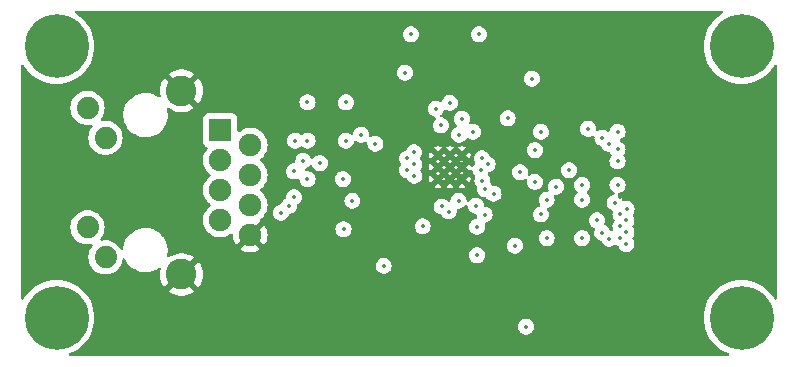
<source format=gbr>
G04 #@! TF.GenerationSoftware,KiCad,Pcbnew,7.0.7-2.fc38*
G04 #@! TF.CreationDate,2023-10-29T11:35:08+01:00*
G04 #@! TF.ProjectId,mangopimqpro-lan8720,6d616e67-6f70-4696-9d71-70726f2d6c61,rev?*
G04 #@! TF.SameCoordinates,Original*
G04 #@! TF.FileFunction,Copper,L2,Inr*
G04 #@! TF.FilePolarity,Positive*
%FSLAX46Y46*%
G04 Gerber Fmt 4.6, Leading zero omitted, Abs format (unit mm)*
G04 Created by KiCad (PCBNEW 7.0.7-2.fc38) date 2023-10-29 11:35:08*
%MOMM*%
%LPD*%
G01*
G04 APERTURE LIST*
G04 #@! TA.AperFunction,ComponentPad*
%ADD10C,1.890000*%
G04 #@! TD*
G04 #@! TA.AperFunction,ComponentPad*
%ADD11R,1.900000X1.900000*%
G04 #@! TD*
G04 #@! TA.AperFunction,ComponentPad*
%ADD12C,1.900000*%
G04 #@! TD*
G04 #@! TA.AperFunction,ComponentPad*
%ADD13C,2.600000*%
G04 #@! TD*
G04 #@! TA.AperFunction,ComponentPad*
%ADD14C,5.400000*%
G04 #@! TD*
G04 #@! TA.AperFunction,ComponentPad*
%ADD15C,0.500000*%
G04 #@! TD*
G04 #@! TA.AperFunction,ViaPad*
%ADD16C,0.350000*%
G04 #@! TD*
G04 APERTURE END LIST*
D10*
X20150000Y-45875000D03*
X18630000Y-43335000D03*
X20150000Y-35765000D03*
X18630000Y-33225000D03*
D11*
X29870000Y-35105000D03*
D12*
X32410000Y-36375000D03*
X29870000Y-37645000D03*
X32410000Y-38915000D03*
X29870000Y-40185000D03*
X32410000Y-41455000D03*
X29870000Y-42725000D03*
X32410000Y-43995000D03*
D13*
X26580000Y-31775000D03*
X26580000Y-47325000D03*
D14*
X74000000Y-28000000D03*
D15*
X48312500Y-39250000D03*
X49312500Y-39250000D03*
X50312500Y-39250000D03*
X48312500Y-38250000D03*
X49312500Y-38250000D03*
X50312500Y-38250000D03*
X48312500Y-37250000D03*
X49312500Y-37250000D03*
X50312500Y-37250000D03*
D14*
X74000000Y-51000000D03*
X16000000Y-51000000D03*
X16000000Y-28000000D03*
D16*
X58750000Y-53000000D03*
X64250000Y-37250000D03*
X42000000Y-43250000D03*
X63500000Y-34250000D03*
X43000000Y-40250000D03*
X56750000Y-43250000D03*
X40500000Y-26750000D03*
X55250000Y-35500000D03*
X57500000Y-33750000D03*
X47000000Y-30750000D03*
X63750000Y-40750000D03*
X47000000Y-47300000D03*
X50325000Y-34150500D03*
X54800000Y-44900000D03*
X64250000Y-44750000D03*
X54200000Y-34100000D03*
X40500000Y-32750000D03*
X43000000Y-36250000D03*
X45500000Y-30250000D03*
X40500000Y-36000000D03*
X40250000Y-39250000D03*
X40300000Y-43500000D03*
X46000000Y-27000000D03*
X47000000Y-43250000D03*
X46250000Y-37000000D03*
X49300000Y-32800000D03*
X63750000Y-44250000D03*
X62800000Y-36275500D03*
X62800000Y-44300000D03*
X62225000Y-35774500D03*
X64250000Y-43750000D03*
X48100000Y-33300000D03*
X62200000Y-43800000D03*
X52500000Y-38000000D03*
X60500000Y-44250000D03*
X59400000Y-38500000D03*
X63750000Y-43250000D03*
X64250000Y-42750000D03*
X61750000Y-42750000D03*
X61000000Y-35000000D03*
X48537000Y-34700000D03*
X63750000Y-42250000D03*
X57000000Y-42250000D03*
X57000000Y-35250000D03*
X51250000Y-35250000D03*
X64275000Y-41775000D03*
X51500000Y-41500000D03*
X60500000Y-41000000D03*
X63250000Y-41250000D03*
X53000000Y-40500000D03*
X60500000Y-39750000D03*
X63500000Y-39750000D03*
X52000000Y-37500000D03*
X63500000Y-37750000D03*
X63500000Y-36750000D03*
X56500000Y-39500000D03*
X52059788Y-39393586D03*
X56500000Y-36800000D03*
X35000000Y-42100000D03*
X49200000Y-42000000D03*
X35659269Y-41525804D03*
X48600000Y-41574500D03*
X51600000Y-43300000D03*
X58300000Y-39900000D03*
X52245878Y-42254122D03*
X43700000Y-46600000D03*
X51600000Y-45700000D03*
X52300000Y-40100000D03*
X50100000Y-35500000D03*
X41800000Y-35500000D03*
X50038000Y-41100000D03*
X41050500Y-41100000D03*
X46300000Y-38000000D03*
X37250000Y-32750000D03*
X38300000Y-37900000D03*
X37250000Y-36000000D03*
X45700000Y-37500000D03*
X36200000Y-36000000D03*
X36900000Y-37700000D03*
X37250000Y-39250000D03*
X46300000Y-38974500D03*
X45700000Y-38500000D03*
X36100000Y-40800000D03*
X36100000Y-38600000D03*
X63500000Y-35250000D03*
X55250000Y-38674500D03*
X56250000Y-30750000D03*
X51900000Y-38500000D03*
X57500000Y-41000000D03*
X55750000Y-51750000D03*
X51750000Y-27000000D03*
X57500000Y-44250000D03*
G04 #@! TA.AperFunction,Conductor*
G36*
X72397070Y-25020185D02*
G01*
X72442825Y-25072989D01*
X72452769Y-25142147D01*
X72423744Y-25205703D01*
X72390012Y-25233028D01*
X72294545Y-25285790D01*
X72001377Y-25493805D01*
X71733339Y-25733339D01*
X71493805Y-26001377D01*
X71285790Y-26294545D01*
X71111905Y-26609168D01*
X70974339Y-26941281D01*
X70874828Y-27286694D01*
X70874826Y-27286703D01*
X70814614Y-27641085D01*
X70814612Y-27641097D01*
X70794457Y-28000000D01*
X70814612Y-28358902D01*
X70814614Y-28358914D01*
X70874826Y-28713296D01*
X70874828Y-28713305D01*
X70974339Y-29058718D01*
X71111905Y-29390831D01*
X71285790Y-29705454D01*
X71493805Y-29998622D01*
X71493806Y-29998623D01*
X71733339Y-30266661D01*
X72001377Y-30506194D01*
X72294548Y-30714211D01*
X72609167Y-30888094D01*
X72941276Y-31025659D01*
X73286700Y-31125173D01*
X73641093Y-31185387D01*
X74000000Y-31205543D01*
X74358907Y-31185387D01*
X74713300Y-31125173D01*
X75058724Y-31025659D01*
X75390833Y-30888094D01*
X75705452Y-30714211D01*
X75998623Y-30506194D01*
X76266661Y-30266661D01*
X76506194Y-29998623D01*
X76714211Y-29705452D01*
X76766972Y-29609986D01*
X76816628Y-29560834D01*
X76884976Y-29546331D01*
X76950315Y-29571081D01*
X76991901Y-29627227D01*
X76999500Y-29669968D01*
X76999500Y-49330031D01*
X76979815Y-49397070D01*
X76927011Y-49442825D01*
X76857853Y-49452769D01*
X76794297Y-49423744D01*
X76766972Y-49390012D01*
X76714209Y-49294545D01*
X76506194Y-49001377D01*
X76266661Y-48733339D01*
X75998623Y-48493806D01*
X75879314Y-48409151D01*
X75705454Y-48285790D01*
X75390831Y-48111905D01*
X75242191Y-48050336D01*
X75058724Y-47974341D01*
X75058720Y-47974339D01*
X75058718Y-47974339D01*
X74713305Y-47874828D01*
X74713296Y-47874826D01*
X74358914Y-47814614D01*
X74358902Y-47814612D01*
X74000000Y-47794457D01*
X73641097Y-47814612D01*
X73641085Y-47814614D01*
X73286703Y-47874826D01*
X73286694Y-47874828D01*
X72941281Y-47974339D01*
X72609168Y-48111905D01*
X72294545Y-48285790D01*
X72001377Y-48493805D01*
X71733339Y-48733339D01*
X71493805Y-49001377D01*
X71285790Y-49294545D01*
X71111905Y-49609168D01*
X70974339Y-49941281D01*
X70874828Y-50286694D01*
X70874826Y-50286703D01*
X70814614Y-50641085D01*
X70814612Y-50641097D01*
X70794457Y-50999999D01*
X70814612Y-51358902D01*
X70814614Y-51358914D01*
X70874826Y-51713296D01*
X70874828Y-51713305D01*
X70932314Y-51912845D01*
X70974341Y-52058724D01*
X71111906Y-52390833D01*
X71285789Y-52705452D01*
X71493806Y-52998623D01*
X71733339Y-53266661D01*
X72001377Y-53506194D01*
X72294548Y-53714211D01*
X72609167Y-53888094D01*
X72905741Y-54010939D01*
X72960143Y-54054780D01*
X72982208Y-54121074D01*
X72964929Y-54188774D01*
X72913791Y-54236384D01*
X72858287Y-54249500D01*
X17141713Y-54249500D01*
X17074674Y-54229815D01*
X17028919Y-54177011D01*
X17018975Y-54107853D01*
X17048000Y-54044297D01*
X17094258Y-54010939D01*
X17390833Y-53888094D01*
X17705452Y-53714211D01*
X17998623Y-53506194D01*
X18266661Y-53266661D01*
X18506194Y-52998623D01*
X18714211Y-52705452D01*
X18888094Y-52390833D01*
X19025659Y-52058724D01*
X19114600Y-51750000D01*
X55069539Y-51750000D01*
X55089311Y-51912842D01*
X55089312Y-51912845D01*
X55147482Y-52066226D01*
X55240668Y-52201229D01*
X55240670Y-52201231D01*
X55240672Y-52201233D01*
X55363451Y-52310006D01*
X55363452Y-52310006D01*
X55363454Y-52310008D01*
X55508705Y-52386242D01*
X55508707Y-52386242D01*
X55508708Y-52386243D01*
X55667978Y-52425500D01*
X55667979Y-52425500D01*
X55832022Y-52425500D01*
X55991291Y-52386243D01*
X55991291Y-52386242D01*
X55991295Y-52386242D01*
X56136546Y-52310008D01*
X56259332Y-52201229D01*
X56352518Y-52066226D01*
X56410688Y-51912845D01*
X56430461Y-51750000D01*
X56410688Y-51587155D01*
X56352518Y-51433774D01*
X56259332Y-51298771D01*
X56259329Y-51298768D01*
X56259327Y-51298766D01*
X56136548Y-51189993D01*
X55991291Y-51113756D01*
X55832022Y-51074500D01*
X55832021Y-51074500D01*
X55667979Y-51074500D01*
X55667978Y-51074500D01*
X55508708Y-51113756D01*
X55363451Y-51189993D01*
X55240672Y-51298766D01*
X55240666Y-51298773D01*
X55147483Y-51433771D01*
X55089312Y-51587154D01*
X55089311Y-51587157D01*
X55069539Y-51749999D01*
X55069539Y-51750000D01*
X19114600Y-51750000D01*
X19125173Y-51713300D01*
X19185387Y-51358907D01*
X19205543Y-51000000D01*
X19185387Y-50641093D01*
X19125173Y-50286700D01*
X19025659Y-49941276D01*
X18888094Y-49609167D01*
X18714211Y-49294548D01*
X18506194Y-49001377D01*
X18266661Y-48733339D01*
X17998623Y-48493806D01*
X17879314Y-48409151D01*
X17705454Y-48285790D01*
X17390831Y-48111905D01*
X17242191Y-48050336D01*
X17058724Y-47974341D01*
X17058720Y-47974339D01*
X17058718Y-47974339D01*
X16713305Y-47874828D01*
X16713296Y-47874826D01*
X16358914Y-47814614D01*
X16358902Y-47814612D01*
X16000000Y-47794457D01*
X15641097Y-47814612D01*
X15641085Y-47814614D01*
X15286703Y-47874826D01*
X15286694Y-47874828D01*
X14941281Y-47974339D01*
X14609168Y-48111905D01*
X14294545Y-48285790D01*
X14001377Y-48493805D01*
X13733339Y-48733339D01*
X13493805Y-49001377D01*
X13285790Y-49294545D01*
X13233028Y-49390012D01*
X13183371Y-49439165D01*
X13115023Y-49453668D01*
X13049684Y-49428918D01*
X13008099Y-49372771D01*
X13000500Y-49330031D01*
X13000500Y-43335006D01*
X17179546Y-43335006D01*
X17199326Y-43573729D01*
X17199328Y-43573737D01*
X17258136Y-43805963D01*
X17341058Y-43995005D01*
X17354364Y-44025340D01*
X17394749Y-44087154D01*
X17484481Y-44224500D01*
X17485388Y-44225887D01*
X17647634Y-44402134D01*
X17691456Y-44436242D01*
X17836668Y-44549265D01*
X17836674Y-44549269D01*
X17836677Y-44549271D01*
X18047359Y-44663287D01*
X18273935Y-44741070D01*
X18510222Y-44780500D01*
X18510223Y-44780500D01*
X18749776Y-44780500D01*
X18749778Y-44780500D01*
X18916967Y-44752600D01*
X18986330Y-44760982D01*
X19040152Y-44805534D01*
X19061343Y-44872113D01*
X19043176Y-44939579D01*
X19028608Y-44958889D01*
X19005385Y-44984116D01*
X18874362Y-45184663D01*
X18778136Y-45404036D01*
X18719328Y-45636262D01*
X18719326Y-45636270D01*
X18699546Y-45874993D01*
X18699546Y-45875006D01*
X18719326Y-46113729D01*
X18719328Y-46113737D01*
X18778136Y-46345963D01*
X18856669Y-46525000D01*
X18874364Y-46565340D01*
X18877555Y-46570224D01*
X19003400Y-46762845D01*
X19005388Y-46765887D01*
X19167634Y-46942134D01*
X19200493Y-46967709D01*
X19356668Y-47089265D01*
X19356674Y-47089269D01*
X19356677Y-47089271D01*
X19567359Y-47203287D01*
X19793935Y-47281070D01*
X20030222Y-47320500D01*
X20030223Y-47320500D01*
X20269777Y-47320500D01*
X20269778Y-47320500D01*
X20506065Y-47281070D01*
X20732641Y-47203287D01*
X20943323Y-47089271D01*
X21132366Y-46942134D01*
X21294612Y-46765887D01*
X21425636Y-46565340D01*
X21521864Y-46345962D01*
X21580672Y-46113737D01*
X21583645Y-46077846D01*
X21608798Y-46012664D01*
X21665200Y-45971425D01*
X21734943Y-45967226D01*
X21795885Y-46001400D01*
X21821345Y-46039592D01*
X21857572Y-46124844D01*
X22000592Y-46359191D01*
X22000599Y-46359201D01*
X22176199Y-46570207D01*
X22176204Y-46570212D01*
X22176209Y-46570218D01*
X22209448Y-46600000D01*
X22380672Y-46753419D01*
X22380674Y-46753420D01*
X22380677Y-46753423D01*
X22609641Y-46904904D01*
X22858221Y-47021433D01*
X23121119Y-47100527D01*
X23392731Y-47140500D01*
X23392736Y-47140500D01*
X23598552Y-47140500D01*
X23650744Y-47136679D01*
X23803805Y-47125477D01*
X24071775Y-47065784D01*
X24328198Y-46967711D01*
X24567609Y-46833347D01*
X24631880Y-46783718D01*
X24696968Y-46758327D01*
X24765456Y-46772156D01*
X24815594Y-46820817D01*
X24831466Y-46888861D01*
X24828554Y-46909457D01*
X24795113Y-47055971D01*
X24795113Y-47055973D01*
X24774953Y-47324995D01*
X24774953Y-47325004D01*
X24795113Y-47594026D01*
X24795113Y-47594028D01*
X24855142Y-47857033D01*
X24855148Y-47857052D01*
X24953709Y-48108181D01*
X24953708Y-48108181D01*
X25088602Y-48341822D01*
X25142294Y-48409151D01*
X25753389Y-47798056D01*
X25814712Y-47764571D01*
X25884403Y-47769555D01*
X25940337Y-47811426D01*
X25946059Y-47819758D01*
X25950577Y-47826948D01*
X26078052Y-47954423D01*
X26085229Y-47958933D01*
X26131522Y-48011264D01*
X26142173Y-48080317D01*
X26113801Y-48144166D01*
X26106942Y-48151609D01*
X25494848Y-48763702D01*
X25677483Y-48888220D01*
X25677485Y-48888221D01*
X25920539Y-49005269D01*
X25920537Y-49005269D01*
X26178337Y-49084790D01*
X26178343Y-49084792D01*
X26445101Y-49124999D01*
X26445110Y-49125000D01*
X26714890Y-49125000D01*
X26714898Y-49124999D01*
X26981656Y-49084792D01*
X26981662Y-49084790D01*
X27239461Y-49005269D01*
X27482521Y-48888218D01*
X27665150Y-48763702D01*
X27053057Y-48151610D01*
X27019572Y-48090287D01*
X27024556Y-48020596D01*
X27066427Y-47964662D01*
X27074769Y-47958934D01*
X27076351Y-47957939D01*
X27081948Y-47954423D01*
X27209423Y-47826948D01*
X27213933Y-47819769D01*
X27266267Y-47773476D01*
X27335320Y-47762826D01*
X27399169Y-47791200D01*
X27406610Y-47798057D01*
X28017703Y-48409151D01*
X28017704Y-48409150D01*
X28071393Y-48341828D01*
X28071400Y-48341817D01*
X28206290Y-48108181D01*
X28304851Y-47857052D01*
X28304857Y-47857033D01*
X28364886Y-47594028D01*
X28364886Y-47594026D01*
X28385047Y-47325004D01*
X28385047Y-47324995D01*
X28364886Y-47055973D01*
X28364886Y-47055971D01*
X28304857Y-46792966D01*
X28304851Y-46792947D01*
X28229125Y-46600000D01*
X43019539Y-46600000D01*
X43039311Y-46762842D01*
X43039312Y-46762845D01*
X43085801Y-46885427D01*
X43097483Y-46916228D01*
X43138532Y-46975697D01*
X43190668Y-47051229D01*
X43190670Y-47051231D01*
X43190672Y-47051233D01*
X43313451Y-47160006D01*
X43313452Y-47160006D01*
X43313454Y-47160008D01*
X43458705Y-47236242D01*
X43458707Y-47236242D01*
X43458708Y-47236243D01*
X43617978Y-47275500D01*
X43617979Y-47275500D01*
X43782022Y-47275500D01*
X43941291Y-47236243D01*
X43941291Y-47236242D01*
X43941295Y-47236242D01*
X44086546Y-47160008D01*
X44209332Y-47051229D01*
X44302518Y-46916226D01*
X44360688Y-46762845D01*
X44380461Y-46600000D01*
X44376843Y-46570207D01*
X44360688Y-46437157D01*
X44360688Y-46437155D01*
X44302518Y-46283774D01*
X44209332Y-46148771D01*
X44209329Y-46148768D01*
X44209327Y-46148766D01*
X44086548Y-46039993D01*
X43941291Y-45963756D01*
X43782022Y-45924500D01*
X43782021Y-45924500D01*
X43617979Y-45924500D01*
X43617978Y-45924500D01*
X43458708Y-45963756D01*
X43313451Y-46039993D01*
X43190672Y-46148766D01*
X43190666Y-46148773D01*
X43097483Y-46283771D01*
X43039312Y-46437154D01*
X43039311Y-46437157D01*
X43019539Y-46599999D01*
X43019539Y-46600000D01*
X28229125Y-46600000D01*
X28206290Y-46541818D01*
X28206291Y-46541818D01*
X28071397Y-46308177D01*
X28017704Y-46240847D01*
X28017703Y-46240847D01*
X27406609Y-46851942D01*
X27345286Y-46885427D01*
X27275594Y-46880443D01*
X27219661Y-46838571D01*
X27213942Y-46830244D01*
X27209423Y-46823052D01*
X27081948Y-46695577D01*
X27074764Y-46691063D01*
X27028474Y-46638730D01*
X27017825Y-46569676D01*
X27046200Y-46505828D01*
X27053056Y-46498389D01*
X27665150Y-45886296D01*
X27482517Y-45761779D01*
X27482516Y-45761778D01*
X27354231Y-45700000D01*
X50919539Y-45700000D01*
X50939311Y-45862842D01*
X50939312Y-45862845D01*
X50977583Y-45963758D01*
X50997483Y-46016228D01*
X51013887Y-46039993D01*
X51090668Y-46151229D01*
X51090670Y-46151231D01*
X51090672Y-46151233D01*
X51213451Y-46260006D01*
X51213452Y-46260006D01*
X51213454Y-46260008D01*
X51358705Y-46336242D01*
X51358707Y-46336242D01*
X51358708Y-46336243D01*
X51517978Y-46375500D01*
X51517979Y-46375500D01*
X51682022Y-46375500D01*
X51841291Y-46336243D01*
X51841291Y-46336242D01*
X51841295Y-46336242D01*
X51986546Y-46260008D01*
X52109332Y-46151229D01*
X52202518Y-46016226D01*
X52260688Y-45862845D01*
X52280461Y-45700000D01*
X52260688Y-45537155D01*
X52202518Y-45383774D01*
X52109332Y-45248771D01*
X52109329Y-45248768D01*
X52109327Y-45248766D01*
X51986548Y-45139993D01*
X51841291Y-45063756D01*
X51682022Y-45024500D01*
X51682021Y-45024500D01*
X51517979Y-45024500D01*
X51517978Y-45024500D01*
X51358708Y-45063756D01*
X51213451Y-45139993D01*
X51090672Y-45248766D01*
X51090666Y-45248773D01*
X50997483Y-45383771D01*
X50939312Y-45537154D01*
X50939311Y-45537157D01*
X50919539Y-45699999D01*
X50919539Y-45700000D01*
X27354231Y-45700000D01*
X27239460Y-45644730D01*
X27239462Y-45644730D01*
X26981662Y-45565209D01*
X26981656Y-45565207D01*
X26714898Y-45525000D01*
X26445101Y-45525000D01*
X26178343Y-45565207D01*
X26178337Y-45565209D01*
X25920538Y-45644730D01*
X25677485Y-45761778D01*
X25677476Y-45761783D01*
X25543461Y-45853153D01*
X25476982Y-45874653D01*
X25409432Y-45856799D01*
X25362258Y-45805259D01*
X25350438Y-45736396D01*
X25351673Y-45728176D01*
X25356878Y-45700000D01*
X25399236Y-45470674D01*
X25409262Y-45196320D01*
X25379236Y-44923429D01*
X25330538Y-44737157D01*
X25309797Y-44657821D01*
X25279767Y-44587155D01*
X25202423Y-44405148D01*
X25059405Y-44170804D01*
X25030385Y-44135933D01*
X24883800Y-43959792D01*
X24883795Y-43959787D01*
X24883791Y-43959782D01*
X24831403Y-43912842D01*
X24679327Y-43776580D01*
X24679324Y-43776578D01*
X24679323Y-43776577D01*
X24450359Y-43625096D01*
X24201779Y-43508567D01*
X24054362Y-43464216D01*
X23938879Y-43429472D01*
X23805915Y-43409904D01*
X23667269Y-43389500D01*
X23461453Y-43389500D01*
X23461448Y-43389500D01*
X23256195Y-43404523D01*
X23256185Y-43404524D01*
X22988229Y-43464214D01*
X22988224Y-43464216D01*
X22731799Y-43562290D01*
X22492392Y-43696652D01*
X22492387Y-43696655D01*
X22275097Y-43864441D01*
X22275088Y-43864450D01*
X22084549Y-44062080D01*
X22084547Y-44062082D01*
X21924805Y-44285361D01*
X21924802Y-44285366D01*
X21799275Y-44529515D01*
X21799271Y-44529525D01*
X21710632Y-44789344D01*
X21710629Y-44789358D01*
X21660765Y-45059314D01*
X21660763Y-45059334D01*
X21658201Y-45129422D01*
X21636081Y-45195698D01*
X21581640Y-45239493D01*
X21512165Y-45246903D01*
X21449712Y-45215576D01*
X21428900Y-45188653D01*
X21428441Y-45188954D01*
X21424537Y-45182979D01*
X21294612Y-44984113D01*
X21132366Y-44807866D01*
X21072129Y-44760982D01*
X20943331Y-44660734D01*
X20943325Y-44660730D01*
X20732642Y-44546713D01*
X20732637Y-44546711D01*
X20506067Y-44468930D01*
X20330273Y-44439595D01*
X20269778Y-44429500D01*
X20030222Y-44429500D01*
X19969727Y-44439595D01*
X19863034Y-44457399D01*
X19793669Y-44449017D01*
X19739847Y-44404464D01*
X19718656Y-44337886D01*
X19736824Y-44270419D01*
X19751387Y-44251115D01*
X19774612Y-44225887D01*
X19905636Y-44025340D01*
X20001864Y-43805962D01*
X20060672Y-43573737D01*
X20060673Y-43573729D01*
X20080454Y-43335006D01*
X20080454Y-43334993D01*
X20060673Y-43096270D01*
X20060672Y-43096267D01*
X20060672Y-43096263D01*
X20001864Y-42864038D01*
X19940879Y-42725005D01*
X28414529Y-42725005D01*
X28434379Y-42964559D01*
X28493389Y-43197589D01*
X28589951Y-43417729D01*
X28686970Y-43566226D01*
X28721429Y-43618969D01*
X28884236Y-43795825D01*
X28884239Y-43795827D01*
X28884242Y-43795830D01*
X29073924Y-43943466D01*
X29073930Y-43943470D01*
X29073933Y-43943472D01*
X29285344Y-44057882D01*
X29285347Y-44057883D01*
X29512699Y-44135933D01*
X29512701Y-44135933D01*
X29512703Y-44135934D01*
X29749808Y-44175500D01*
X29749809Y-44175500D01*
X29990191Y-44175500D01*
X29990192Y-44175500D01*
X30227297Y-44135934D01*
X30454656Y-44057882D01*
X30666067Y-43943472D01*
X30756434Y-43873135D01*
X30821426Y-43847494D01*
X30889966Y-43861060D01*
X30940291Y-43909528D01*
X30956423Y-43977510D01*
X30956172Y-43981226D01*
X30955031Y-43995000D01*
X30955031Y-43995005D01*
X30974874Y-44234476D01*
X31033865Y-44467428D01*
X31130391Y-44687485D01*
X31222688Y-44828756D01*
X31834814Y-44216631D01*
X31896137Y-44183146D01*
X31965829Y-44188130D01*
X32019443Y-44227000D01*
X32065985Y-44285363D01*
X32100465Y-44328599D01*
X32172725Y-44377865D01*
X32217026Y-44431893D01*
X32225085Y-44501296D01*
X32194342Y-44564039D01*
X32190553Y-44567999D01*
X31575572Y-45182979D01*
X31575573Y-45182980D01*
X31614204Y-45213048D01*
X31614205Y-45213049D01*
X31825544Y-45327421D01*
X31825550Y-45327423D01*
X32052823Y-45405446D01*
X32289851Y-45445000D01*
X32530149Y-45445000D01*
X32767176Y-45405446D01*
X32994449Y-45327423D01*
X32994455Y-45327421D01*
X33205795Y-45213049D01*
X33205798Y-45213047D01*
X33244425Y-45182980D01*
X33244425Y-45182979D01*
X32961446Y-44900000D01*
X54119539Y-44900000D01*
X54139311Y-45062842D01*
X54139312Y-45062845D01*
X54197235Y-45215576D01*
X54197483Y-45216228D01*
X54262214Y-45310006D01*
X54290668Y-45351229D01*
X54290670Y-45351231D01*
X54290672Y-45351233D01*
X54413451Y-45460006D01*
X54413452Y-45460006D01*
X54413454Y-45460008D01*
X54558705Y-45536242D01*
X54558707Y-45536242D01*
X54558708Y-45536243D01*
X54717978Y-45575500D01*
X54717979Y-45575500D01*
X54882022Y-45575500D01*
X55041291Y-45536243D01*
X55041291Y-45536242D01*
X55041295Y-45536242D01*
X55186546Y-45460008D01*
X55309332Y-45351229D01*
X55402518Y-45216226D01*
X55460688Y-45062845D01*
X55480461Y-44900000D01*
X55478790Y-44886242D01*
X55473869Y-44845718D01*
X55460688Y-44737155D01*
X55402518Y-44583774D01*
X55309332Y-44448771D01*
X55309329Y-44448768D01*
X55309327Y-44448766D01*
X55186548Y-44339993D01*
X55041291Y-44263756D01*
X54985480Y-44250000D01*
X56819539Y-44250000D01*
X56839311Y-44412842D01*
X56839312Y-44412845D01*
X56897483Y-44566228D01*
X56962716Y-44660734D01*
X56990668Y-44701229D01*
X56990670Y-44701231D01*
X56990672Y-44701233D01*
X57113451Y-44810006D01*
X57113452Y-44810006D01*
X57113454Y-44810008D01*
X57258705Y-44886242D01*
X57258707Y-44886242D01*
X57258708Y-44886243D01*
X57417978Y-44925500D01*
X57417979Y-44925500D01*
X57582022Y-44925500D01*
X57741291Y-44886243D01*
X57741291Y-44886242D01*
X57741295Y-44886242D01*
X57886546Y-44810008D01*
X58009332Y-44701229D01*
X58102518Y-44566226D01*
X58160688Y-44412845D01*
X58180461Y-44250000D01*
X59819539Y-44250000D01*
X59839311Y-44412842D01*
X59839312Y-44412845D01*
X59897483Y-44566228D01*
X59962716Y-44660734D01*
X59990668Y-44701229D01*
X59990670Y-44701231D01*
X59990672Y-44701233D01*
X60113451Y-44810006D01*
X60113452Y-44810006D01*
X60113454Y-44810008D01*
X60258705Y-44886242D01*
X60258707Y-44886242D01*
X60258708Y-44886243D01*
X60417978Y-44925500D01*
X60417979Y-44925500D01*
X60582022Y-44925500D01*
X60741291Y-44886243D01*
X60741291Y-44886242D01*
X60741295Y-44886242D01*
X60886546Y-44810008D01*
X61009332Y-44701229D01*
X61102518Y-44566226D01*
X61160688Y-44412845D01*
X61180461Y-44250000D01*
X61160688Y-44087155D01*
X61102518Y-43933774D01*
X61009332Y-43798771D01*
X61009329Y-43798768D01*
X61009327Y-43798766D01*
X60886548Y-43689993D01*
X60777898Y-43632969D01*
X60741295Y-43613758D01*
X60741294Y-43613757D01*
X60741291Y-43613756D01*
X60582022Y-43574500D01*
X60582021Y-43574500D01*
X60417979Y-43574500D01*
X60417978Y-43574500D01*
X60258708Y-43613756D01*
X60113451Y-43689993D01*
X59990672Y-43798766D01*
X59990666Y-43798773D01*
X59897483Y-43933771D01*
X59839312Y-44087154D01*
X59839311Y-44087157D01*
X59819539Y-44249999D01*
X59819539Y-44250000D01*
X58180461Y-44250000D01*
X58160688Y-44087155D01*
X58102518Y-43933774D01*
X58009332Y-43798771D01*
X58009329Y-43798768D01*
X58009327Y-43798766D01*
X57886548Y-43689993D01*
X57777898Y-43632969D01*
X57741295Y-43613758D01*
X57741294Y-43613757D01*
X57741291Y-43613756D01*
X57582022Y-43574500D01*
X57582021Y-43574500D01*
X57417979Y-43574500D01*
X57417978Y-43574500D01*
X57258708Y-43613756D01*
X57113451Y-43689993D01*
X56990672Y-43798766D01*
X56990666Y-43798773D01*
X56897483Y-43933771D01*
X56839312Y-44087154D01*
X56839311Y-44087157D01*
X56819539Y-44249999D01*
X56819539Y-44250000D01*
X54985480Y-44250000D01*
X54882022Y-44224500D01*
X54882021Y-44224500D01*
X54717979Y-44224500D01*
X54717978Y-44224500D01*
X54558708Y-44263756D01*
X54413451Y-44339993D01*
X54290672Y-44448766D01*
X54290666Y-44448773D01*
X54197483Y-44583771D01*
X54139312Y-44737154D01*
X54139311Y-44737157D01*
X54119539Y-44899999D01*
X54119539Y-44900000D01*
X32961446Y-44900000D01*
X32632057Y-44570610D01*
X32598572Y-44509287D01*
X32603556Y-44439595D01*
X32645428Y-44383662D01*
X32665930Y-44371212D01*
X32666357Y-44371007D01*
X32765798Y-44278740D01*
X32788032Y-44240228D01*
X32838599Y-44192013D01*
X32907206Y-44178789D01*
X32972071Y-44204757D01*
X32983101Y-44214547D01*
X33597310Y-44828757D01*
X33689606Y-44687490D01*
X33786134Y-44467428D01*
X33845125Y-44234476D01*
X33864969Y-43995005D01*
X33864969Y-43994994D01*
X33845125Y-43755523D01*
X33786134Y-43522571D01*
X33776233Y-43500000D01*
X39619539Y-43500000D01*
X39639311Y-43662842D01*
X39639312Y-43662845D01*
X39693589Y-43805962D01*
X39697483Y-43816228D01*
X39745811Y-43886243D01*
X39790668Y-43951229D01*
X39790670Y-43951231D01*
X39790672Y-43951233D01*
X39913451Y-44060006D01*
X39913452Y-44060006D01*
X39913454Y-44060008D01*
X40058705Y-44136242D01*
X40058707Y-44136242D01*
X40058708Y-44136243D01*
X40217978Y-44175500D01*
X40217979Y-44175500D01*
X40382022Y-44175500D01*
X40541291Y-44136243D01*
X40541291Y-44136242D01*
X40541295Y-44136242D01*
X40686546Y-44060008D01*
X40809332Y-43951229D01*
X40902518Y-43816226D01*
X40960688Y-43662845D01*
X40980461Y-43500000D01*
X40960688Y-43337155D01*
X40927634Y-43250000D01*
X46319539Y-43250000D01*
X46339311Y-43412842D01*
X46339312Y-43412845D01*
X46395989Y-43562290D01*
X46397483Y-43566228D01*
X46463175Y-43661399D01*
X46490668Y-43701229D01*
X46490670Y-43701231D01*
X46490672Y-43701233D01*
X46613451Y-43810006D01*
X46613452Y-43810006D01*
X46613454Y-43810008D01*
X46758705Y-43886242D01*
X46758707Y-43886242D01*
X46758708Y-43886243D01*
X46917978Y-43925500D01*
X46917979Y-43925500D01*
X47082022Y-43925500D01*
X47241291Y-43886243D01*
X47241291Y-43886242D01*
X47241295Y-43886242D01*
X47386546Y-43810008D01*
X47509332Y-43701229D01*
X47602518Y-43566226D01*
X47660688Y-43412845D01*
X47680461Y-43250000D01*
X47660688Y-43087155D01*
X47602518Y-42933774D01*
X47509332Y-42798771D01*
X47509329Y-42798768D01*
X47509327Y-42798766D01*
X47386548Y-42689993D01*
X47300179Y-42644663D01*
X47241295Y-42613758D01*
X47241294Y-42613757D01*
X47241291Y-42613756D01*
X47082022Y-42574500D01*
X47082021Y-42574500D01*
X46917979Y-42574500D01*
X46917978Y-42574500D01*
X46758708Y-42613756D01*
X46613451Y-42689993D01*
X46490672Y-42798766D01*
X46490666Y-42798773D01*
X46397483Y-42933771D01*
X46339312Y-43087154D01*
X46339311Y-43087157D01*
X46319539Y-43249999D01*
X46319539Y-43250000D01*
X40927634Y-43250000D01*
X40902518Y-43183774D01*
X40809332Y-43048771D01*
X40809329Y-43048768D01*
X40809327Y-43048766D01*
X40686548Y-42939993D01*
X40541828Y-42864038D01*
X40541295Y-42863758D01*
X40541294Y-42863757D01*
X40541291Y-42863756D01*
X40382022Y-42824500D01*
X40382021Y-42824500D01*
X40217979Y-42824500D01*
X40217978Y-42824500D01*
X40058708Y-42863756D01*
X39913451Y-42939993D01*
X39790672Y-43048766D01*
X39790666Y-43048773D01*
X39697483Y-43183771D01*
X39639312Y-43337154D01*
X39639311Y-43337157D01*
X39619539Y-43499999D01*
X39619539Y-43500000D01*
X33776233Y-43500000D01*
X33689608Y-43302514D01*
X33597310Y-43161241D01*
X32985184Y-43773367D01*
X32923861Y-43806852D01*
X32854169Y-43801868D01*
X32800555Y-43762998D01*
X32791167Y-43751226D01*
X32751297Y-43701229D01*
X32719535Y-43661400D01*
X32719533Y-43661399D01*
X32647274Y-43612133D01*
X32602972Y-43558104D01*
X32594914Y-43488701D01*
X32625657Y-43425958D01*
X32629445Y-43421999D01*
X33244426Y-42807019D01*
X33243564Y-42793138D01*
X33224364Y-42766459D01*
X33220691Y-42696686D01*
X33255322Y-42636003D01*
X33265165Y-42627473D01*
X33395764Y-42525825D01*
X33558571Y-42348969D01*
X33690049Y-42147728D01*
X33710984Y-42100000D01*
X34319539Y-42100000D01*
X34339311Y-42262842D01*
X34339312Y-42262845D01*
X34397483Y-42416228D01*
X34428206Y-42460738D01*
X34490668Y-42551229D01*
X34490670Y-42551231D01*
X34490672Y-42551233D01*
X34613451Y-42660006D01*
X34613452Y-42660006D01*
X34613454Y-42660008D01*
X34758705Y-42736242D01*
X34758707Y-42736242D01*
X34758708Y-42736243D01*
X34917978Y-42775500D01*
X34917979Y-42775500D01*
X35082022Y-42775500D01*
X35241291Y-42736243D01*
X35241291Y-42736242D01*
X35241295Y-42736242D01*
X35386546Y-42660008D01*
X35509332Y-42551229D01*
X35602518Y-42416226D01*
X35655045Y-42277723D01*
X35697223Y-42222021D01*
X35741309Y-42201299D01*
X35900564Y-42162046D01*
X36045815Y-42085812D01*
X36168601Y-41977033D01*
X36261787Y-41842030D01*
X36319957Y-41688649D01*
X36339730Y-41525804D01*
X36339730Y-41525803D01*
X36339730Y-41518303D01*
X36341421Y-41518303D01*
X36351376Y-41458424D01*
X36398279Y-41406637D01*
X36405359Y-41402618D01*
X36486546Y-41360008D01*
X36609332Y-41251229D01*
X36702518Y-41116226D01*
X36708672Y-41100000D01*
X40370039Y-41100000D01*
X40389811Y-41262842D01*
X40389812Y-41262845D01*
X40446248Y-41411655D01*
X40447983Y-41416228D01*
X40474746Y-41455000D01*
X40541168Y-41551229D01*
X40541170Y-41551231D01*
X40541172Y-41551233D01*
X40663951Y-41660006D01*
X40663952Y-41660006D01*
X40663954Y-41660008D01*
X40809205Y-41736242D01*
X40809207Y-41736242D01*
X40809208Y-41736243D01*
X40968478Y-41775500D01*
X40968479Y-41775500D01*
X41132522Y-41775500D01*
X41291791Y-41736243D01*
X41291791Y-41736242D01*
X41291795Y-41736242D01*
X41437046Y-41660008D01*
X41533564Y-41574500D01*
X47919539Y-41574500D01*
X47939311Y-41737342D01*
X47939312Y-41737345D01*
X47996482Y-41888090D01*
X47997483Y-41890728D01*
X48057058Y-41977037D01*
X48090668Y-42025729D01*
X48090670Y-42025731D01*
X48090672Y-42025733D01*
X48213451Y-42134506D01*
X48213452Y-42134506D01*
X48213454Y-42134508D01*
X48358705Y-42210742D01*
X48358707Y-42210742D01*
X48358708Y-42210743D01*
X48404465Y-42222021D01*
X48515187Y-42249312D01*
X48575567Y-42284467D01*
X48595309Y-42312086D01*
X48597480Y-42316224D01*
X48667019Y-42416967D01*
X48690668Y-42451229D01*
X48690670Y-42451231D01*
X48690672Y-42451233D01*
X48813451Y-42560006D01*
X48813452Y-42560006D01*
X48813454Y-42560008D01*
X48958705Y-42636242D01*
X48958707Y-42636242D01*
X48958708Y-42636243D01*
X49117978Y-42675500D01*
X49117979Y-42675500D01*
X49282022Y-42675500D01*
X49441291Y-42636243D01*
X49441291Y-42636242D01*
X49441295Y-42636242D01*
X49586546Y-42560008D01*
X49709332Y-42451229D01*
X49802518Y-42316226D01*
X49860688Y-42162845D01*
X49880461Y-42000000D01*
X49872914Y-41937842D01*
X49870073Y-41914446D01*
X49881533Y-41845523D01*
X49928437Y-41793737D01*
X49993169Y-41775500D01*
X50120022Y-41775500D01*
X50279291Y-41736243D01*
X50279291Y-41736242D01*
X50279295Y-41736242D01*
X50424546Y-41660008D01*
X50547332Y-41551229D01*
X50598374Y-41477280D01*
X50652654Y-41433293D01*
X50722102Y-41425633D01*
X50784667Y-41456736D01*
X50820485Y-41516726D01*
X50823518Y-41532776D01*
X50839311Y-41662842D01*
X50839312Y-41662845D01*
X50892425Y-41802893D01*
X50897483Y-41816228D01*
X50945811Y-41886243D01*
X50990668Y-41951229D01*
X50990670Y-41951231D01*
X50990672Y-41951233D01*
X51113451Y-42060006D01*
X51113452Y-42060006D01*
X51113454Y-42060008D01*
X51258705Y-42136242D01*
X51258707Y-42136242D01*
X51258708Y-42136243D01*
X51417978Y-42175500D01*
X51417979Y-42175500D01*
X51446016Y-42175500D01*
X51513055Y-42195185D01*
X51558810Y-42247989D01*
X51569112Y-42284554D01*
X51585189Y-42416964D01*
X51585191Y-42416973D01*
X51601789Y-42460738D01*
X51607156Y-42530401D01*
X51574008Y-42591907D01*
X51515523Y-42625105D01*
X51358708Y-42663757D01*
X51358707Y-42663757D01*
X51358705Y-42663758D01*
X51308721Y-42689992D01*
X51213451Y-42739993D01*
X51090672Y-42848766D01*
X51090666Y-42848773D01*
X50997483Y-42983771D01*
X50939312Y-43137154D01*
X50939311Y-43137157D01*
X50919539Y-43299999D01*
X50919539Y-43300000D01*
X50939311Y-43462842D01*
X50939312Y-43462845D01*
X50986456Y-43587154D01*
X50997483Y-43616228D01*
X51028663Y-43661400D01*
X51090668Y-43751229D01*
X51090670Y-43751231D01*
X51090672Y-43751233D01*
X51213451Y-43860006D01*
X51213452Y-43860006D01*
X51213454Y-43860008D01*
X51358705Y-43936242D01*
X51358707Y-43936242D01*
X51358708Y-43936243D01*
X51517978Y-43975500D01*
X51517979Y-43975500D01*
X51682022Y-43975500D01*
X51841291Y-43936243D01*
X51841291Y-43936242D01*
X51841295Y-43936242D01*
X51986546Y-43860008D01*
X52109332Y-43751229D01*
X52202518Y-43616226D01*
X52260688Y-43462845D01*
X52280461Y-43300000D01*
X52260688Y-43137155D01*
X52260687Y-43137153D01*
X52260687Y-43137151D01*
X52244088Y-43093384D01*
X52238721Y-43023721D01*
X52271868Y-42962215D01*
X52330352Y-42929017D01*
X52487173Y-42890364D01*
X52632424Y-42814130D01*
X52755210Y-42705351D01*
X52848396Y-42570348D01*
X52906566Y-42416967D01*
X52926339Y-42254122D01*
X52925838Y-42250000D01*
X56319539Y-42250000D01*
X56339311Y-42412842D01*
X56339312Y-42412845D01*
X56391794Y-42551229D01*
X56397483Y-42566228D01*
X56445811Y-42636243D01*
X56490668Y-42701229D01*
X56490670Y-42701231D01*
X56490672Y-42701233D01*
X56613451Y-42810006D01*
X56613452Y-42810006D01*
X56613454Y-42810008D01*
X56758705Y-42886242D01*
X56758707Y-42886242D01*
X56758708Y-42886243D01*
X56917978Y-42925500D01*
X56917979Y-42925500D01*
X57082022Y-42925500D01*
X57241291Y-42886243D01*
X57241291Y-42886242D01*
X57241295Y-42886242D01*
X57386546Y-42810008D01*
X57454281Y-42750000D01*
X61069539Y-42750000D01*
X61089311Y-42912842D01*
X61089312Y-42912844D01*
X61089312Y-42912845D01*
X61144432Y-43058185D01*
X61147483Y-43066228D01*
X61166228Y-43093384D01*
X61240668Y-43201229D01*
X61240670Y-43201231D01*
X61240672Y-43201233D01*
X61363451Y-43310006D01*
X61363452Y-43310006D01*
X61363454Y-43310008D01*
X61508705Y-43386242D01*
X61508708Y-43386242D01*
X61515347Y-43389727D01*
X61513911Y-43392461D01*
X61558379Y-43426096D01*
X61582470Y-43491682D01*
X61574685Y-43543882D01*
X61539313Y-43637151D01*
X61539311Y-43637157D01*
X61519539Y-43799999D01*
X61519539Y-43800000D01*
X61539311Y-43962842D01*
X61539312Y-43962845D01*
X61586456Y-44087154D01*
X61597483Y-44116228D01*
X61645943Y-44186434D01*
X61690668Y-44251229D01*
X61690670Y-44251231D01*
X61690672Y-44251233D01*
X61813451Y-44360006D01*
X61813452Y-44360006D01*
X61813454Y-44360008D01*
X61958705Y-44436242D01*
X61958707Y-44436242D01*
X61958708Y-44436243D01*
X62033158Y-44454593D01*
X62083616Y-44467030D01*
X62143997Y-44502186D01*
X62169883Y-44543455D01*
X62197482Y-44616227D01*
X62246672Y-44687490D01*
X62290668Y-44751229D01*
X62290670Y-44751231D01*
X62290672Y-44751233D01*
X62413451Y-44860006D01*
X62413452Y-44860006D01*
X62413454Y-44860008D01*
X62558705Y-44936242D01*
X62558707Y-44936242D01*
X62558708Y-44936243D01*
X62717978Y-44975500D01*
X62717979Y-44975500D01*
X62882022Y-44975500D01*
X63041291Y-44936243D01*
X63041291Y-44936242D01*
X63041295Y-44936242D01*
X63186546Y-44860008D01*
X63223735Y-44827060D01*
X63286967Y-44797339D01*
X63356231Y-44806521D01*
X63363589Y-44810079D01*
X63508703Y-44886241D01*
X63508705Y-44886242D01*
X63523304Y-44889840D01*
X63583683Y-44924994D01*
X63609572Y-44966266D01*
X63647482Y-45066226D01*
X63740668Y-45201229D01*
X63740670Y-45201231D01*
X63740672Y-45201233D01*
X63863451Y-45310006D01*
X63863452Y-45310006D01*
X63863454Y-45310008D01*
X64008705Y-45386242D01*
X64008707Y-45386242D01*
X64008708Y-45386243D01*
X64167978Y-45425500D01*
X64167979Y-45425500D01*
X64332022Y-45425500D01*
X64491291Y-45386243D01*
X64491291Y-45386242D01*
X64491295Y-45386242D01*
X64636546Y-45310008D01*
X64759332Y-45201229D01*
X64852518Y-45066226D01*
X64910688Y-44912845D01*
X64930461Y-44750000D01*
X64910688Y-44587155D01*
X64852518Y-44433774D01*
X64774288Y-44320439D01*
X64752406Y-44254086D01*
X64769871Y-44186434D01*
X64774289Y-44179560D01*
X64786921Y-44161260D01*
X64852518Y-44066226D01*
X64910688Y-43912845D01*
X64930461Y-43750000D01*
X64910688Y-43587155D01*
X64852518Y-43433774D01*
X64822114Y-43389727D01*
X64774289Y-43320440D01*
X64752406Y-43254086D01*
X64769871Y-43186434D01*
X64774289Y-43179560D01*
X64786934Y-43161241D01*
X64852518Y-43066226D01*
X64910688Y-42912845D01*
X64930461Y-42750000D01*
X64910688Y-42587155D01*
X64852518Y-42433774D01*
X64840405Y-42416226D01*
X64795417Y-42351049D01*
X64773534Y-42284695D01*
X64790999Y-42217043D01*
X64795417Y-42210169D01*
X64877518Y-42091226D01*
X64935688Y-41937845D01*
X64955461Y-41775000D01*
X64935688Y-41612155D01*
X64877518Y-41458774D01*
X64874916Y-41455005D01*
X64853860Y-41424500D01*
X64784332Y-41323771D01*
X64784329Y-41323768D01*
X64784327Y-41323766D01*
X64661548Y-41214993D01*
X64550103Y-41156502D01*
X64516295Y-41138758D01*
X64516294Y-41138757D01*
X64516291Y-41138756D01*
X64357022Y-41099500D01*
X64357021Y-41099500D01*
X64192979Y-41099500D01*
X64192978Y-41099500D01*
X64045763Y-41135785D01*
X63975961Y-41132716D01*
X63918899Y-41092396D01*
X63900146Y-41059359D01*
X63852518Y-40933774D01*
X63759332Y-40798771D01*
X63759329Y-40798768D01*
X63759327Y-40798766D01*
X63636546Y-40689992D01*
X63636547Y-40689992D01*
X63565722Y-40652820D01*
X63515510Y-40604235D01*
X63499536Y-40536216D01*
X63522872Y-40470358D01*
X63578108Y-40427572D01*
X63593663Y-40422630D01*
X63741295Y-40386242D01*
X63886546Y-40310008D01*
X64009332Y-40201229D01*
X64102518Y-40066226D01*
X64160688Y-39912845D01*
X64180461Y-39750000D01*
X64160688Y-39587155D01*
X64102518Y-39433774D01*
X64009332Y-39298771D01*
X64009329Y-39298768D01*
X64009327Y-39298766D01*
X63886548Y-39189993D01*
X63764098Y-39125726D01*
X63741295Y-39113758D01*
X63741294Y-39113757D01*
X63741291Y-39113756D01*
X63582022Y-39074500D01*
X63582021Y-39074500D01*
X63417979Y-39074500D01*
X63417978Y-39074500D01*
X63258708Y-39113756D01*
X63113451Y-39189993D01*
X62990672Y-39298766D01*
X62990666Y-39298773D01*
X62897483Y-39433771D01*
X62839312Y-39587154D01*
X62839311Y-39587157D01*
X62819539Y-39749999D01*
X62819539Y-39750000D01*
X62839311Y-39912842D01*
X62839312Y-39912845D01*
X62866989Y-39985824D01*
X62897483Y-40066228D01*
X62945811Y-40136243D01*
X62990668Y-40201229D01*
X62990670Y-40201231D01*
X62990672Y-40201233D01*
X63113453Y-40310007D01*
X63113455Y-40310009D01*
X63184276Y-40347179D01*
X63234488Y-40395763D01*
X63250463Y-40463782D01*
X63227128Y-40529640D01*
X63171892Y-40572427D01*
X63156326Y-40577372D01*
X63008708Y-40613757D01*
X63008707Y-40613757D01*
X63008705Y-40613758D01*
X62942003Y-40648766D01*
X62863451Y-40689993D01*
X62740672Y-40798766D01*
X62740666Y-40798773D01*
X62647483Y-40933771D01*
X62589312Y-41087154D01*
X62589311Y-41087157D01*
X62569539Y-41249999D01*
X62569539Y-41250000D01*
X62589311Y-41412842D01*
X62589312Y-41412845D01*
X62641794Y-41551229D01*
X62647483Y-41566228D01*
X62708189Y-41654175D01*
X62740668Y-41701229D01*
X62740670Y-41701231D01*
X62740672Y-41701233D01*
X62863451Y-41810006D01*
X62863452Y-41810006D01*
X62863454Y-41810008D01*
X63008705Y-41886242D01*
X63008708Y-41886242D01*
X63008709Y-41886243D01*
X63016202Y-41888090D01*
X63076583Y-41923245D01*
X63108372Y-41985464D01*
X63102470Y-42052457D01*
X63089313Y-42087148D01*
X63089311Y-42087157D01*
X63069539Y-42249999D01*
X63069539Y-42250000D01*
X63089311Y-42412842D01*
X63089312Y-42412845D01*
X63141794Y-42551229D01*
X63147483Y-42566228D01*
X63225710Y-42679559D01*
X63247593Y-42745913D01*
X63230128Y-42813565D01*
X63225711Y-42820438D01*
X63161928Y-42912845D01*
X63147482Y-42933774D01*
X63136696Y-42962215D01*
X63089312Y-43087154D01*
X63089311Y-43087157D01*
X63069539Y-43249999D01*
X63069539Y-43250000D01*
X63089311Y-43412842D01*
X63089312Y-43412848D01*
X63115454Y-43481776D01*
X63120821Y-43551439D01*
X63087674Y-43612945D01*
X63026536Y-43646767D01*
X62969837Y-43646144D01*
X62916383Y-43632969D01*
X62856003Y-43597813D01*
X62830116Y-43556543D01*
X62802518Y-43483774D01*
X62759878Y-43421999D01*
X62709332Y-43348771D01*
X62709329Y-43348768D01*
X62709327Y-43348766D01*
X62586546Y-43239992D01*
X62586544Y-43239990D01*
X62434654Y-43160272D01*
X62436078Y-43157558D01*
X62391541Y-43123796D01*
X62367521Y-43058185D01*
X62375313Y-43006120D01*
X62410688Y-42912845D01*
X62430461Y-42750000D01*
X62410688Y-42587155D01*
X62352518Y-42433774D01*
X62259332Y-42298771D01*
X62259329Y-42298768D01*
X62259327Y-42298766D01*
X62136548Y-42189993D01*
X62030827Y-42134506D01*
X61991295Y-42113758D01*
X61991294Y-42113757D01*
X61991291Y-42113756D01*
X61832022Y-42074500D01*
X61832021Y-42074500D01*
X61667979Y-42074500D01*
X61667978Y-42074500D01*
X61508708Y-42113756D01*
X61363451Y-42189993D01*
X61240672Y-42298766D01*
X61240666Y-42298773D01*
X61147483Y-42433771D01*
X61089312Y-42587154D01*
X61089311Y-42587157D01*
X61069539Y-42749999D01*
X61069539Y-42750000D01*
X57454281Y-42750000D01*
X57509332Y-42701229D01*
X57602518Y-42566226D01*
X57660688Y-42412845D01*
X57680461Y-42250000D01*
X57660688Y-42087155D01*
X57602518Y-41933774D01*
X57549233Y-41856578D01*
X57527351Y-41790225D01*
X57544816Y-41722573D01*
X57596084Y-41675103D01*
X57621606Y-41665742D01*
X57741295Y-41636242D01*
X57886546Y-41560008D01*
X58009332Y-41451229D01*
X58102518Y-41316226D01*
X58160688Y-41162845D01*
X58180461Y-41000000D01*
X59819539Y-41000000D01*
X59839311Y-41162842D01*
X59839312Y-41162845D01*
X59875502Y-41258271D01*
X59897483Y-41316228D01*
X59972218Y-41424500D01*
X59990668Y-41451229D01*
X59990670Y-41451231D01*
X59990672Y-41451233D01*
X60113451Y-41560006D01*
X60113452Y-41560006D01*
X60113454Y-41560008D01*
X60258705Y-41636242D01*
X60258707Y-41636242D01*
X60258708Y-41636243D01*
X60417978Y-41675500D01*
X60417979Y-41675500D01*
X60582022Y-41675500D01*
X60741291Y-41636243D01*
X60741291Y-41636242D01*
X60741295Y-41636242D01*
X60886546Y-41560008D01*
X61009332Y-41451229D01*
X61102518Y-41316226D01*
X61160688Y-41162845D01*
X61180461Y-41000000D01*
X61160688Y-40837155D01*
X61102518Y-40683774D01*
X61009332Y-40548771D01*
X61009329Y-40548768D01*
X61009327Y-40548766D01*
X60917952Y-40467815D01*
X60880825Y-40408626D01*
X60881593Y-40338760D01*
X60917952Y-40282185D01*
X60956444Y-40248083D01*
X61009332Y-40201229D01*
X61102518Y-40066226D01*
X61160688Y-39912845D01*
X61180461Y-39750000D01*
X61160688Y-39587155D01*
X61102518Y-39433774D01*
X61009332Y-39298771D01*
X61009329Y-39298768D01*
X61009327Y-39298766D01*
X60886548Y-39189993D01*
X60764098Y-39125726D01*
X60741295Y-39113758D01*
X60741294Y-39113757D01*
X60741291Y-39113756D01*
X60582022Y-39074500D01*
X60582021Y-39074500D01*
X60417979Y-39074500D01*
X60417978Y-39074500D01*
X60258708Y-39113756D01*
X60113451Y-39189993D01*
X59990672Y-39298766D01*
X59990666Y-39298773D01*
X59897483Y-39433771D01*
X59839312Y-39587154D01*
X59839311Y-39587157D01*
X59819539Y-39749999D01*
X59819539Y-39750000D01*
X59839311Y-39912842D01*
X59839312Y-39912845D01*
X59866989Y-39985824D01*
X59897483Y-40066228D01*
X59990666Y-40201226D01*
X59990668Y-40201229D01*
X60082048Y-40282185D01*
X60119174Y-40341375D01*
X60118406Y-40411240D01*
X60082048Y-40467815D01*
X59990668Y-40548770D01*
X59990666Y-40548773D01*
X59897483Y-40683771D01*
X59839312Y-40837154D01*
X59839311Y-40837157D01*
X59819539Y-40999999D01*
X59819539Y-41000000D01*
X58180461Y-41000000D01*
X58160688Y-40837155D01*
X58125157Y-40743470D01*
X58119791Y-40673808D01*
X58152938Y-40612302D01*
X58214076Y-40578481D01*
X58241100Y-40575500D01*
X58382022Y-40575500D01*
X58541291Y-40536243D01*
X58541291Y-40536242D01*
X58541295Y-40536242D01*
X58686546Y-40460008D01*
X58809332Y-40351229D01*
X58902518Y-40216226D01*
X58960688Y-40062845D01*
X58980461Y-39900000D01*
X58960688Y-39737155D01*
X58902518Y-39583774D01*
X58809332Y-39448771D01*
X58809329Y-39448768D01*
X58809327Y-39448766D01*
X58686548Y-39339993D01*
X58576989Y-39282492D01*
X58541295Y-39263758D01*
X58541294Y-39263757D01*
X58541291Y-39263756D01*
X58382022Y-39224500D01*
X58382021Y-39224500D01*
X58217979Y-39224500D01*
X58217978Y-39224500D01*
X58058708Y-39263756D01*
X57913451Y-39339993D01*
X57790672Y-39448766D01*
X57790666Y-39448773D01*
X57697483Y-39583771D01*
X57639312Y-39737154D01*
X57639311Y-39737157D01*
X57619539Y-39899999D01*
X57619539Y-39900000D01*
X57639311Y-40062842D01*
X57639312Y-40062845D01*
X57674842Y-40156529D01*
X57680209Y-40226192D01*
X57647062Y-40287698D01*
X57585924Y-40321519D01*
X57558900Y-40324500D01*
X57417978Y-40324500D01*
X57258708Y-40363756D01*
X57113451Y-40439993D01*
X56990672Y-40548766D01*
X56990666Y-40548773D01*
X56897483Y-40683771D01*
X56839312Y-40837154D01*
X56839311Y-40837157D01*
X56819539Y-40999999D01*
X56819539Y-41000000D01*
X56839311Y-41162842D01*
X56839312Y-41162845D01*
X56875502Y-41258271D01*
X56897483Y-41316228D01*
X56950765Y-41393420D01*
X56972648Y-41459775D01*
X56955183Y-41527426D01*
X56903915Y-41574896D01*
X56878391Y-41584257D01*
X56758708Y-41613757D01*
X56758707Y-41613757D01*
X56758705Y-41613758D01*
X56715866Y-41636242D01*
X56613451Y-41689993D01*
X56490672Y-41798766D01*
X56490666Y-41798773D01*
X56397483Y-41933771D01*
X56339312Y-42087154D01*
X56339311Y-42087157D01*
X56319539Y-42249999D01*
X56319539Y-42250000D01*
X52925838Y-42250000D01*
X52918552Y-42189992D01*
X52906566Y-42091277D01*
X52848396Y-41937896D01*
X52755210Y-41802893D01*
X52755207Y-41802890D01*
X52755205Y-41802888D01*
X52632426Y-41694115D01*
X52544674Y-41648059D01*
X52487173Y-41617880D01*
X52487172Y-41617879D01*
X52487169Y-41617878D01*
X52327900Y-41578622D01*
X52327899Y-41578622D01*
X52299862Y-41578622D01*
X52232823Y-41558937D01*
X52187068Y-41506133D01*
X52176766Y-41469568D01*
X52163069Y-41356767D01*
X52160688Y-41337155D01*
X52102518Y-41183774D01*
X52009332Y-41048771D01*
X52009329Y-41048768D01*
X52009327Y-41048766D01*
X51886548Y-40939993D01*
X51741291Y-40863756D01*
X51582022Y-40824500D01*
X51582021Y-40824500D01*
X51417979Y-40824500D01*
X51417978Y-40824500D01*
X51258708Y-40863756D01*
X51113451Y-40939993D01*
X50990672Y-41048766D01*
X50990666Y-41048773D01*
X50939627Y-41122716D01*
X50885344Y-41166707D01*
X50815895Y-41174366D01*
X50753330Y-41143262D01*
X50717513Y-41083271D01*
X50714481Y-41067222D01*
X50712240Y-41048766D01*
X50698688Y-40937155D01*
X50640518Y-40783774D01*
X50547332Y-40648771D01*
X50547329Y-40648768D01*
X50547327Y-40648766D01*
X50424548Y-40539993D01*
X50279291Y-40463756D01*
X50120022Y-40424500D01*
X50120021Y-40424500D01*
X49955979Y-40424500D01*
X49955978Y-40424500D01*
X49796708Y-40463756D01*
X49651451Y-40539993D01*
X49528672Y-40648766D01*
X49528666Y-40648773D01*
X49435483Y-40783771D01*
X49377312Y-40937154D01*
X49377311Y-40937156D01*
X49357416Y-41101010D01*
X49329794Y-41165188D01*
X49271860Y-41204244D01*
X49202007Y-41205779D01*
X49142413Y-41169305D01*
X49132270Y-41156502D01*
X49109336Y-41123276D01*
X49109327Y-41123266D01*
X48986548Y-41014493D01*
X48841291Y-40938256D01*
X48682022Y-40899000D01*
X48682021Y-40899000D01*
X48517979Y-40899000D01*
X48517978Y-40899000D01*
X48358708Y-40938256D01*
X48213451Y-41014493D01*
X48090672Y-41123266D01*
X48090666Y-41123273D01*
X47997483Y-41258271D01*
X47939312Y-41411654D01*
X47939311Y-41411657D01*
X47919539Y-41574499D01*
X47919539Y-41574500D01*
X41533564Y-41574500D01*
X41559832Y-41551229D01*
X41653018Y-41416226D01*
X41711188Y-41262845D01*
X41730961Y-41100000D01*
X41728407Y-41078970D01*
X41724370Y-41045718D01*
X41711188Y-40937155D01*
X41653018Y-40783774D01*
X41559832Y-40648771D01*
X41559829Y-40648768D01*
X41559827Y-40648766D01*
X41437048Y-40539993D01*
X41291791Y-40463756D01*
X41132522Y-40424500D01*
X41132521Y-40424500D01*
X40968479Y-40424500D01*
X40968478Y-40424500D01*
X40809208Y-40463756D01*
X40663951Y-40539993D01*
X40541172Y-40648766D01*
X40541166Y-40648773D01*
X40447983Y-40783771D01*
X40389812Y-40937154D01*
X40389811Y-40937157D01*
X40370039Y-41099999D01*
X40370039Y-41100000D01*
X36708672Y-41100000D01*
X36760688Y-40962845D01*
X36780461Y-40800000D01*
X36778490Y-40783771D01*
X36767104Y-40689993D01*
X36760688Y-40637155D01*
X36702518Y-40483774D01*
X36609332Y-40348771D01*
X36609329Y-40348768D01*
X36609327Y-40348766D01*
X36486548Y-40239993D01*
X36412684Y-40201226D01*
X36341295Y-40163758D01*
X36341294Y-40163757D01*
X36341291Y-40163756D01*
X36182022Y-40124500D01*
X36182021Y-40124500D01*
X36017979Y-40124500D01*
X36017978Y-40124500D01*
X35858708Y-40163756D01*
X35713451Y-40239993D01*
X35590672Y-40348766D01*
X35590666Y-40348773D01*
X35497483Y-40483771D01*
X35439312Y-40637154D01*
X35439311Y-40637157D01*
X35419539Y-40799999D01*
X35419539Y-40807500D01*
X35417851Y-40807500D01*
X35407884Y-40867394D01*
X35360973Y-40919174D01*
X35353882Y-40923199D01*
X35272721Y-40965796D01*
X35149941Y-41074570D01*
X35149935Y-41074577D01*
X35056752Y-41209575D01*
X35004223Y-41348080D01*
X34962044Y-41403783D01*
X34917957Y-41424505D01*
X34758708Y-41463757D01*
X34758707Y-41463757D01*
X34758705Y-41463758D01*
X34689652Y-41500000D01*
X34613451Y-41539993D01*
X34490672Y-41648766D01*
X34490666Y-41648773D01*
X34397483Y-41783771D01*
X34339312Y-41937154D01*
X34339311Y-41937157D01*
X34319539Y-42099999D01*
X34319539Y-42100000D01*
X33710984Y-42100000D01*
X33786610Y-41927591D01*
X33845620Y-41694563D01*
X33856254Y-41566228D01*
X33865471Y-41455005D01*
X33865471Y-41454994D01*
X33848586Y-41251229D01*
X33845620Y-41215437D01*
X33786610Y-40982409D01*
X33690049Y-40762272D01*
X33677766Y-40743472D01*
X33608307Y-40637157D01*
X33558571Y-40561031D01*
X33395764Y-40384175D01*
X33265585Y-40282852D01*
X33224773Y-40226143D01*
X33221098Y-40156370D01*
X33255730Y-40095687D01*
X33265579Y-40087151D01*
X33395764Y-39985825D01*
X33446910Y-39930266D01*
X47985785Y-39930266D01*
X48144556Y-39985824D01*
X48312496Y-40004746D01*
X48312504Y-40004746D01*
X48480443Y-39985824D01*
X48639213Y-39930267D01*
X48639214Y-39930266D01*
X48985785Y-39930266D01*
X49144556Y-39985824D01*
X49312496Y-40004746D01*
X49312504Y-40004746D01*
X49480443Y-39985824D01*
X49639213Y-39930267D01*
X49639214Y-39930266D01*
X49985785Y-39930266D01*
X50144556Y-39985824D01*
X50312496Y-40004746D01*
X50312504Y-40004746D01*
X50480443Y-39985824D01*
X50639213Y-39930267D01*
X50639214Y-39930265D01*
X50312501Y-39603553D01*
X50312500Y-39603553D01*
X49985785Y-39930266D01*
X49639214Y-39930266D01*
X49312501Y-39603553D01*
X49312500Y-39603553D01*
X48985785Y-39930266D01*
X48639214Y-39930266D01*
X48312501Y-39603553D01*
X48312500Y-39603553D01*
X47985785Y-39930266D01*
X33446910Y-39930266D01*
X33558571Y-39808969D01*
X33690049Y-39607728D01*
X33786610Y-39387591D01*
X33845620Y-39154563D01*
X33860884Y-38970356D01*
X33865471Y-38915005D01*
X33865471Y-38914994D01*
X33845620Y-38675440D01*
X33845620Y-38675437D01*
X33826517Y-38600000D01*
X35419539Y-38600000D01*
X35439311Y-38762842D01*
X35439312Y-38762845D01*
X35489980Y-38896446D01*
X35497483Y-38916228D01*
X35525877Y-38957363D01*
X35590668Y-39051229D01*
X35590670Y-39051231D01*
X35590672Y-39051233D01*
X35713451Y-39160006D01*
X35713452Y-39160006D01*
X35713454Y-39160008D01*
X35858705Y-39236242D01*
X35858707Y-39236242D01*
X35858708Y-39236243D01*
X36017978Y-39275500D01*
X36017979Y-39275500D01*
X36182022Y-39275500D01*
X36221839Y-39265685D01*
X36341295Y-39236242D01*
X36395228Y-39207935D01*
X36463733Y-39194210D01*
X36528787Y-39219702D01*
X36569732Y-39276317D01*
X36575948Y-39302785D01*
X36589311Y-39412843D01*
X36589312Y-39412845D01*
X36647483Y-39566228D01*
X36678209Y-39610742D01*
X36740668Y-39701229D01*
X36740670Y-39701231D01*
X36740672Y-39701233D01*
X36863451Y-39810006D01*
X36863452Y-39810006D01*
X36863454Y-39810008D01*
X37008705Y-39886242D01*
X37008707Y-39886242D01*
X37008708Y-39886243D01*
X37167978Y-39925500D01*
X37167979Y-39925500D01*
X37332022Y-39925500D01*
X37491291Y-39886243D01*
X37491291Y-39886242D01*
X37491295Y-39886242D01*
X37636546Y-39810008D01*
X37759332Y-39701229D01*
X37852518Y-39566226D01*
X37910688Y-39412845D01*
X37930461Y-39250000D01*
X39569539Y-39250000D01*
X39589311Y-39412842D01*
X39589312Y-39412845D01*
X39647483Y-39566228D01*
X39678209Y-39610742D01*
X39740668Y-39701229D01*
X39740670Y-39701231D01*
X39740672Y-39701233D01*
X39863451Y-39810006D01*
X39863452Y-39810006D01*
X39863454Y-39810008D01*
X40008705Y-39886242D01*
X40008707Y-39886242D01*
X40008708Y-39886243D01*
X40167978Y-39925500D01*
X40167979Y-39925500D01*
X40332022Y-39925500D01*
X40491291Y-39886243D01*
X40491291Y-39886242D01*
X40491295Y-39886242D01*
X40636546Y-39810008D01*
X40759332Y-39701229D01*
X40852518Y-39566226D01*
X40910688Y-39412845D01*
X40930461Y-39250000D01*
X40928790Y-39236242D01*
X40913969Y-39114175D01*
X40910688Y-39087155D01*
X40852518Y-38933774D01*
X40759332Y-38798771D01*
X40759329Y-38798768D01*
X40759327Y-38798766D01*
X40636548Y-38689993D01*
X40491291Y-38613756D01*
X40332022Y-38574500D01*
X40332021Y-38574500D01*
X40167979Y-38574500D01*
X40167978Y-38574500D01*
X40008708Y-38613756D01*
X39863451Y-38689993D01*
X39740672Y-38798766D01*
X39740666Y-38798773D01*
X39647483Y-38933771D01*
X39589312Y-39087154D01*
X39589311Y-39087157D01*
X39569539Y-39249999D01*
X39569539Y-39250000D01*
X37930461Y-39250000D01*
X37928790Y-39236242D01*
X37913969Y-39114175D01*
X37910688Y-39087155D01*
X37852518Y-38933774D01*
X37759332Y-38798771D01*
X37759329Y-38798768D01*
X37759327Y-38798766D01*
X37636548Y-38689993D01*
X37491291Y-38613756D01*
X37332022Y-38574500D01*
X37332021Y-38574500D01*
X37189706Y-38574500D01*
X37122667Y-38554815D01*
X37076912Y-38502011D01*
X37066968Y-38432853D01*
X37095993Y-38369297D01*
X37135639Y-38341606D01*
X37134653Y-38339727D01*
X37141291Y-38336242D01*
X37141295Y-38336242D01*
X37286546Y-38260008D01*
X37409332Y-38151229D01*
X37445182Y-38099290D01*
X37499463Y-38055302D01*
X37568912Y-38047642D01*
X37631477Y-38078745D01*
X37663172Y-38125760D01*
X37697482Y-38216226D01*
X37790668Y-38351229D01*
X37790670Y-38351231D01*
X37790672Y-38351233D01*
X37913451Y-38460006D01*
X37913452Y-38460006D01*
X37913454Y-38460008D01*
X38058705Y-38536242D01*
X38058707Y-38536242D01*
X38058708Y-38536243D01*
X38217978Y-38575500D01*
X38217979Y-38575500D01*
X38382022Y-38575500D01*
X38541291Y-38536243D01*
X38541291Y-38536242D01*
X38541295Y-38536242D01*
X38610348Y-38500000D01*
X45019539Y-38500000D01*
X45039311Y-38662842D01*
X45039312Y-38662845D01*
X45095748Y-38811655D01*
X45097483Y-38816228D01*
X45171341Y-38923229D01*
X45190668Y-38951229D01*
X45190669Y-38951230D01*
X45190672Y-38951233D01*
X45313451Y-39060006D01*
X45313452Y-39060006D01*
X45313454Y-39060008D01*
X45458705Y-39136242D01*
X45458707Y-39136242D01*
X45458708Y-39136243D01*
X45594285Y-39169660D01*
X45654666Y-39204817D01*
X45680552Y-39246086D01*
X45697481Y-39290725D01*
X45735237Y-39345424D01*
X45790668Y-39425729D01*
X45790670Y-39425731D01*
X45790672Y-39425733D01*
X45913451Y-39534506D01*
X45913452Y-39534506D01*
X45913454Y-39534508D01*
X46058705Y-39610742D01*
X46058707Y-39610742D01*
X46058708Y-39610743D01*
X46217978Y-39650000D01*
X46217979Y-39650000D01*
X46382022Y-39650000D01*
X46541291Y-39610743D01*
X46541291Y-39610742D01*
X46541295Y-39610742D01*
X46686546Y-39534508D01*
X46809332Y-39425729D01*
X46902518Y-39290726D01*
X46917962Y-39250003D01*
X47557754Y-39250003D01*
X47576675Y-39417938D01*
X47576676Y-39417943D01*
X47632232Y-39576714D01*
X47926456Y-39282491D01*
X48212499Y-39282491D01*
X48224328Y-39298771D01*
X48250697Y-39335065D01*
X48296662Y-39350000D01*
X48296663Y-39350000D01*
X48328337Y-39350000D01*
X48328338Y-39350000D01*
X48374303Y-39335065D01*
X48412500Y-39282492D01*
X48412500Y-39250000D01*
X48666052Y-39250000D01*
X48812499Y-39396447D01*
X48926455Y-39282491D01*
X49212499Y-39282491D01*
X49224328Y-39298771D01*
X49250697Y-39335065D01*
X49296662Y-39350000D01*
X49296663Y-39350000D01*
X49328337Y-39350000D01*
X49328338Y-39350000D01*
X49374303Y-39335065D01*
X49412500Y-39282492D01*
X49412500Y-39249999D01*
X49666052Y-39249999D01*
X49812498Y-39396446D01*
X49926454Y-39282491D01*
X50212499Y-39282491D01*
X50224328Y-39298771D01*
X50250697Y-39335065D01*
X50296662Y-39350000D01*
X50296663Y-39350000D01*
X50328337Y-39350000D01*
X50328338Y-39350000D01*
X50374303Y-39335065D01*
X50412500Y-39282492D01*
X50412500Y-39250000D01*
X50666052Y-39250000D01*
X50992765Y-39576714D01*
X50992767Y-39576713D01*
X51048324Y-39417943D01*
X51067246Y-39250003D01*
X51067246Y-39249996D01*
X51048324Y-39082056D01*
X50992766Y-38923285D01*
X50666052Y-39249999D01*
X50666052Y-39250000D01*
X50412500Y-39250000D01*
X50412500Y-39217508D01*
X50374303Y-39164935D01*
X50374302Y-39164935D01*
X50328339Y-39150000D01*
X50328338Y-39150000D01*
X50296662Y-39150000D01*
X50296660Y-39150000D01*
X50250696Y-39164935D01*
X50212499Y-39217508D01*
X50212499Y-39282491D01*
X49926454Y-39282491D01*
X49958946Y-39249999D01*
X49812500Y-39103553D01*
X49666052Y-39249999D01*
X49412500Y-39249999D01*
X49412500Y-39217508D01*
X49374303Y-39164935D01*
X49374302Y-39164935D01*
X49328339Y-39150000D01*
X49328338Y-39150000D01*
X49296662Y-39150000D01*
X49296660Y-39150000D01*
X49250696Y-39164935D01*
X49212499Y-39217508D01*
X49212499Y-39282491D01*
X48926455Y-39282491D01*
X48958946Y-39250000D01*
X48812498Y-39103553D01*
X48666052Y-39250000D01*
X48412500Y-39250000D01*
X48412500Y-39217508D01*
X48374303Y-39164935D01*
X48374302Y-39164935D01*
X48328339Y-39150000D01*
X48328338Y-39150000D01*
X48296662Y-39150000D01*
X48296660Y-39150000D01*
X48250696Y-39164935D01*
X48212499Y-39217508D01*
X48212499Y-39282491D01*
X47926456Y-39282491D01*
X47958947Y-39250000D01*
X47632232Y-38923285D01*
X47576676Y-39082053D01*
X47576675Y-39082058D01*
X47557754Y-39249996D01*
X47557754Y-39250003D01*
X46917962Y-39250003D01*
X46960688Y-39137345D01*
X46980461Y-38974500D01*
X46960688Y-38811655D01*
X46937305Y-38750000D01*
X48166053Y-38750000D01*
X48312499Y-38896447D01*
X48458947Y-38750000D01*
X48458945Y-38749998D01*
X49166053Y-38749998D01*
X49312500Y-38896446D01*
X49458947Y-38750000D01*
X50166053Y-38750000D01*
X50312499Y-38896446D01*
X50458946Y-38749998D01*
X50312499Y-38603553D01*
X50166053Y-38749999D01*
X50166053Y-38750000D01*
X49458947Y-38750000D01*
X49458947Y-38749999D01*
X49312501Y-38603553D01*
X49166053Y-38749998D01*
X48458945Y-38749998D01*
X48312500Y-38603553D01*
X48166053Y-38750000D01*
X46937305Y-38750000D01*
X46902518Y-38658274D01*
X46833088Y-38557688D01*
X46811206Y-38491335D01*
X46828671Y-38423683D01*
X46833074Y-38416832D01*
X46902518Y-38316226D01*
X46927633Y-38250003D01*
X47557754Y-38250003D01*
X47576675Y-38417938D01*
X47576676Y-38417943D01*
X47632232Y-38576713D01*
X47632232Y-38576714D01*
X47926456Y-38282491D01*
X48212499Y-38282491D01*
X48237012Y-38316229D01*
X48250697Y-38335065D01*
X48296662Y-38350000D01*
X48296663Y-38350000D01*
X48328337Y-38350000D01*
X48328338Y-38350000D01*
X48374303Y-38335065D01*
X48412500Y-38282492D01*
X48412500Y-38250000D01*
X48666053Y-38250000D01*
X48812500Y-38396447D01*
X48926456Y-38282491D01*
X49212499Y-38282491D01*
X49237012Y-38316229D01*
X49250697Y-38335065D01*
X49296662Y-38350000D01*
X49296663Y-38350000D01*
X49328337Y-38350000D01*
X49328338Y-38350000D01*
X49374303Y-38335065D01*
X49412500Y-38282492D01*
X49412500Y-38250000D01*
X49666052Y-38250000D01*
X49812499Y-38396447D01*
X49926456Y-38282491D01*
X50212499Y-38282491D01*
X50237012Y-38316229D01*
X50250697Y-38335065D01*
X50296662Y-38350000D01*
X50296663Y-38350000D01*
X50328337Y-38350000D01*
X50328338Y-38350000D01*
X50374303Y-38335065D01*
X50412500Y-38282492D01*
X50412500Y-38250001D01*
X50666053Y-38250001D01*
X50992766Y-38576713D01*
X50993597Y-38576524D01*
X51032825Y-38521832D01*
X51097777Y-38496084D01*
X51166339Y-38509540D01*
X51216742Y-38557927D01*
X51232241Y-38604615D01*
X51239311Y-38662842D01*
X51239312Y-38662845D01*
X51295748Y-38811655D01*
X51297483Y-38816228D01*
X51390668Y-38951230D01*
X51412258Y-38970356D01*
X51449385Y-39029545D01*
X51448619Y-39099410D01*
X51445974Y-39107143D01*
X51399100Y-39230737D01*
X51399099Y-39230743D01*
X51379327Y-39393585D01*
X51379327Y-39393586D01*
X51399099Y-39556428D01*
X51399100Y-39556431D01*
X51454016Y-39701233D01*
X51457271Y-39709814D01*
X51476145Y-39737157D01*
X51550456Y-39844815D01*
X51550458Y-39844817D01*
X51550460Y-39844819D01*
X51592091Y-39881701D01*
X51629218Y-39940890D01*
X51632960Y-39989462D01*
X51619539Y-40099999D01*
X51619539Y-40100000D01*
X51639311Y-40262842D01*
X51639312Y-40262845D01*
X51689721Y-40395763D01*
X51697483Y-40416228D01*
X51744105Y-40483771D01*
X51790668Y-40551229D01*
X51790670Y-40551231D01*
X51790672Y-40551233D01*
X51913451Y-40660006D01*
X51913452Y-40660006D01*
X51913454Y-40660008D01*
X52058705Y-40736242D01*
X52058707Y-40736242D01*
X52058708Y-40736243D01*
X52217978Y-40775500D01*
X52304291Y-40775500D01*
X52371330Y-40795185D01*
X52406340Y-40829059D01*
X52490668Y-40951229D01*
X52490670Y-40951231D01*
X52490672Y-40951233D01*
X52613451Y-41060006D01*
X52613452Y-41060006D01*
X52613454Y-41060008D01*
X52758705Y-41136242D01*
X52758707Y-41136242D01*
X52758708Y-41136243D01*
X52917978Y-41175500D01*
X52917979Y-41175500D01*
X53082022Y-41175500D01*
X53241291Y-41136243D01*
X53241291Y-41136242D01*
X53241295Y-41136242D01*
X53386546Y-41060008D01*
X53509332Y-40951229D01*
X53602518Y-40816226D01*
X53660688Y-40662845D01*
X53680461Y-40500000D01*
X53678490Y-40483771D01*
X53670289Y-40416226D01*
X53660688Y-40337155D01*
X53602518Y-40183774D01*
X53509332Y-40048771D01*
X53509329Y-40048768D01*
X53509327Y-40048766D01*
X53386548Y-39939993D01*
X53241291Y-39863756D01*
X53082022Y-39824500D01*
X53082021Y-39824500D01*
X52995709Y-39824500D01*
X52928670Y-39804815D01*
X52893659Y-39770940D01*
X52879205Y-39750000D01*
X52809332Y-39648771D01*
X52809330Y-39648769D01*
X52767694Y-39611882D01*
X52730569Y-39552692D01*
X52726827Y-39504124D01*
X52740249Y-39393586D01*
X52720476Y-39230741D01*
X52662306Y-39077360D01*
X52642574Y-39048773D01*
X52569119Y-38942355D01*
X52547529Y-38923229D01*
X52510402Y-38864040D01*
X52511168Y-38794174D01*
X52513802Y-38786470D01*
X52530117Y-38743453D01*
X52572295Y-38687752D01*
X52600489Y-38674500D01*
X54569539Y-38674500D01*
X54589311Y-38837342D01*
X54589312Y-38837345D01*
X54628241Y-38939993D01*
X54647483Y-38990728D01*
X54714042Y-39087155D01*
X54740668Y-39125729D01*
X54740670Y-39125731D01*
X54740672Y-39125733D01*
X54863451Y-39234506D01*
X54863452Y-39234506D01*
X54863454Y-39234508D01*
X55008705Y-39310742D01*
X55008707Y-39310742D01*
X55008708Y-39310743D01*
X55167978Y-39350000D01*
X55167979Y-39350000D01*
X55332022Y-39350000D01*
X55491291Y-39310743D01*
X55491291Y-39310742D01*
X55491295Y-39310742D01*
X55636546Y-39234508D01*
X55636551Y-39234504D01*
X55642718Y-39230248D01*
X55644201Y-39232397D01*
X55696180Y-39207947D01*
X55765447Y-39217110D01*
X55818764Y-39262266D01*
X55839203Y-39329079D01*
X55838307Y-39345424D01*
X55819539Y-39499999D01*
X55819539Y-39500000D01*
X55839311Y-39662842D01*
X55839312Y-39662845D01*
X55893154Y-39804815D01*
X55897483Y-39816228D01*
X55945811Y-39886243D01*
X55990668Y-39951229D01*
X55990670Y-39951231D01*
X55990672Y-39951233D01*
X56113451Y-40060006D01*
X56113452Y-40060006D01*
X56113454Y-40060008D01*
X56258705Y-40136242D01*
X56258707Y-40136242D01*
X56258708Y-40136243D01*
X56417978Y-40175500D01*
X56417979Y-40175500D01*
X56582022Y-40175500D01*
X56741291Y-40136243D01*
X56741291Y-40136242D01*
X56741295Y-40136242D01*
X56886546Y-40060008D01*
X57009332Y-39951229D01*
X57102518Y-39816226D01*
X57160688Y-39662845D01*
X57180461Y-39500000D01*
X57160688Y-39337155D01*
X57102518Y-39183774D01*
X57009332Y-39048771D01*
X57009329Y-39048768D01*
X57009327Y-39048766D01*
X56886548Y-38939993D01*
X56741291Y-38863756D01*
X56582022Y-38824500D01*
X56582021Y-38824500D01*
X56417979Y-38824500D01*
X56417978Y-38824500D01*
X56258708Y-38863756D01*
X56113448Y-38939995D01*
X56107282Y-38944252D01*
X56105804Y-38942111D01*
X56053755Y-38966562D01*
X55984494Y-38957363D01*
X55931200Y-38912180D01*
X55910795Y-38845356D01*
X55911692Y-38829074D01*
X55930461Y-38674500D01*
X55910688Y-38511655D01*
X55906268Y-38500000D01*
X58719539Y-38500000D01*
X58739311Y-38662842D01*
X58739312Y-38662845D01*
X58795748Y-38811655D01*
X58797483Y-38816228D01*
X58871341Y-38923229D01*
X58890668Y-38951229D01*
X58890669Y-38951230D01*
X58890672Y-38951233D01*
X59013451Y-39060006D01*
X59013452Y-39060006D01*
X59013454Y-39060008D01*
X59158705Y-39136242D01*
X59158707Y-39136242D01*
X59158708Y-39136243D01*
X59317978Y-39175500D01*
X59317979Y-39175500D01*
X59482022Y-39175500D01*
X59641291Y-39136243D01*
X59641291Y-39136242D01*
X59641295Y-39136242D01*
X59786546Y-39060008D01*
X59909332Y-38951229D01*
X60002518Y-38816226D01*
X60060688Y-38662845D01*
X60080461Y-38500000D01*
X60060688Y-38337155D01*
X60002518Y-38183774D01*
X59909332Y-38048771D01*
X59909329Y-38048768D01*
X59909327Y-38048766D01*
X59786548Y-37939993D01*
X59641291Y-37863756D01*
X59482022Y-37824500D01*
X59482021Y-37824500D01*
X59317979Y-37824500D01*
X59317978Y-37824500D01*
X59158708Y-37863756D01*
X59013451Y-37939993D01*
X58890672Y-38048766D01*
X58890666Y-38048773D01*
X58797483Y-38183771D01*
X58739312Y-38337154D01*
X58739311Y-38337157D01*
X58719539Y-38499999D01*
X58719539Y-38500000D01*
X55906268Y-38500000D01*
X55852518Y-38358274D01*
X55759332Y-38223271D01*
X55759329Y-38223268D01*
X55759327Y-38223266D01*
X55636548Y-38114493D01*
X55523769Y-38055302D01*
X55491295Y-38038258D01*
X55491294Y-38038257D01*
X55491291Y-38038256D01*
X55332022Y-37999000D01*
X55332021Y-37999000D01*
X55167979Y-37999000D01*
X55167978Y-37999000D01*
X55008708Y-38038256D01*
X54863451Y-38114493D01*
X54740672Y-38223266D01*
X54740666Y-38223273D01*
X54647483Y-38358271D01*
X54589312Y-38511654D01*
X54589311Y-38511657D01*
X54569539Y-38674499D01*
X54569539Y-38674500D01*
X52600489Y-38674500D01*
X52616381Y-38667030D01*
X52741295Y-38636242D01*
X52886546Y-38560008D01*
X53009332Y-38451229D01*
X53102518Y-38316226D01*
X53160688Y-38162845D01*
X53180461Y-38000000D01*
X53160688Y-37837155D01*
X53102518Y-37683774D01*
X53009332Y-37548771D01*
X53009329Y-37548768D01*
X53009327Y-37548766D01*
X52886546Y-37439992D01*
X52886544Y-37439990D01*
X52741294Y-37363757D01*
X52726690Y-37360157D01*
X52666310Y-37324998D01*
X52640427Y-37283732D01*
X52639957Y-37282492D01*
X52602518Y-37183774D01*
X52509332Y-37048771D01*
X52509329Y-37048768D01*
X52509327Y-37048766D01*
X52386548Y-36939993D01*
X52241291Y-36863756D01*
X52082022Y-36824500D01*
X52082021Y-36824500D01*
X51917979Y-36824500D01*
X51917978Y-36824500D01*
X51758708Y-36863756D01*
X51613451Y-36939993D01*
X51490672Y-37048766D01*
X51490666Y-37048773D01*
X51397483Y-37183771D01*
X51339312Y-37337154D01*
X51339311Y-37337157D01*
X51319539Y-37499999D01*
X51319539Y-37500000D01*
X51339311Y-37662842D01*
X51339312Y-37662845D01*
X51397483Y-37816229D01*
X51397485Y-37816232D01*
X51432096Y-37866375D01*
X51453979Y-37932729D01*
X51436513Y-38000381D01*
X51412275Y-38029627D01*
X51390674Y-38048764D01*
X51390666Y-38048773D01*
X51297483Y-38183772D01*
X51297481Y-38183774D01*
X51295994Y-38187697D01*
X51294135Y-38190151D01*
X51293998Y-38190413D01*
X51293954Y-38190390D01*
X51253812Y-38243396D01*
X51188212Y-38267448D01*
X51120023Y-38252217D01*
X51070894Y-38202537D01*
X51056835Y-38157599D01*
X51048324Y-38082056D01*
X50992766Y-37923285D01*
X50666053Y-38249999D01*
X50666053Y-38250001D01*
X50412500Y-38250001D01*
X50412500Y-38217508D01*
X50374303Y-38164935D01*
X50367871Y-38162845D01*
X50328339Y-38150000D01*
X50328338Y-38150000D01*
X50296662Y-38150000D01*
X50296660Y-38150000D01*
X50250696Y-38164935D01*
X50212499Y-38217508D01*
X50212499Y-38282491D01*
X49926456Y-38282491D01*
X49958947Y-38250000D01*
X49812498Y-38103553D01*
X49666052Y-38250000D01*
X49412500Y-38250000D01*
X49412500Y-38217508D01*
X49374303Y-38164935D01*
X49367871Y-38162845D01*
X49328339Y-38150000D01*
X49328338Y-38150000D01*
X49296662Y-38150000D01*
X49296660Y-38150000D01*
X49250696Y-38164935D01*
X49212499Y-38217508D01*
X49212499Y-38282491D01*
X48926456Y-38282491D01*
X48958947Y-38250000D01*
X48812500Y-38103553D01*
X48666053Y-38250000D01*
X48412500Y-38250000D01*
X48412500Y-38217508D01*
X48374303Y-38164935D01*
X48367871Y-38162845D01*
X48328339Y-38150000D01*
X48328338Y-38150000D01*
X48296662Y-38150000D01*
X48296660Y-38150000D01*
X48250696Y-38164935D01*
X48212499Y-38217508D01*
X48212499Y-38282491D01*
X47926456Y-38282491D01*
X47958946Y-38250001D01*
X47958946Y-38249999D01*
X47632232Y-37923284D01*
X47632232Y-37923285D01*
X47576676Y-38082053D01*
X47576675Y-38082058D01*
X47557754Y-38249996D01*
X47557754Y-38250003D01*
X46927633Y-38250003D01*
X46960688Y-38162845D01*
X46980461Y-38000000D01*
X46960688Y-37837155D01*
X46927634Y-37749999D01*
X48166052Y-37749999D01*
X48312500Y-37896446D01*
X48458945Y-37750000D01*
X49166053Y-37750000D01*
X49312500Y-37896447D01*
X49458947Y-37750000D01*
X49458945Y-37749998D01*
X50166053Y-37749998D01*
X50312500Y-37896446D01*
X50458947Y-37750000D01*
X50458947Y-37749999D01*
X50312501Y-37603553D01*
X50166053Y-37749998D01*
X49458945Y-37749998D01*
X49312500Y-37603553D01*
X49166053Y-37750000D01*
X48458945Y-37750000D01*
X48458946Y-37749999D01*
X48312500Y-37603553D01*
X48166052Y-37749999D01*
X46927634Y-37749999D01*
X46902518Y-37683774D01*
X46809332Y-37548771D01*
X46809330Y-37548768D01*
X46807806Y-37547048D01*
X46807087Y-37545519D01*
X46805071Y-37542598D01*
X46805556Y-37542262D01*
X46778084Y-37483815D01*
X46787268Y-37414551D01*
X46798566Y-37394388D01*
X46852518Y-37316226D01*
X46877633Y-37250003D01*
X47557754Y-37250003D01*
X47576675Y-37417938D01*
X47576676Y-37417943D01*
X47632232Y-37576714D01*
X47926456Y-37282491D01*
X48212499Y-37282491D01*
X48240070Y-37320438D01*
X48250697Y-37335065D01*
X48296662Y-37350000D01*
X48296663Y-37350000D01*
X48328337Y-37350000D01*
X48328338Y-37350000D01*
X48374303Y-37335065D01*
X48412500Y-37282492D01*
X48412500Y-37250000D01*
X48666228Y-37250000D01*
X48812516Y-37396429D01*
X48926455Y-37282491D01*
X49212499Y-37282491D01*
X49240070Y-37320438D01*
X49250697Y-37335065D01*
X49296662Y-37350000D01*
X49296663Y-37350000D01*
X49328337Y-37350000D01*
X49328338Y-37350000D01*
X49374303Y-37335065D01*
X49412500Y-37282492D01*
X49412500Y-37250000D01*
X49666053Y-37250000D01*
X49812500Y-37396447D01*
X49926456Y-37282491D01*
X50212499Y-37282491D01*
X50240070Y-37320438D01*
X50250697Y-37335065D01*
X50296662Y-37350000D01*
X50296663Y-37350000D01*
X50328337Y-37350000D01*
X50328338Y-37350000D01*
X50374303Y-37335065D01*
X50412500Y-37282492D01*
X50412500Y-37250000D01*
X50666052Y-37250000D01*
X50992765Y-37576714D01*
X50992767Y-37576713D01*
X51048324Y-37417943D01*
X51067246Y-37250003D01*
X51067246Y-37249996D01*
X51048324Y-37082056D01*
X50992766Y-36923285D01*
X50666052Y-37249999D01*
X50666052Y-37250000D01*
X50412500Y-37250000D01*
X50412500Y-37217508D01*
X50374303Y-37164935D01*
X50367871Y-37162845D01*
X50328339Y-37150000D01*
X50328338Y-37150000D01*
X50296662Y-37150000D01*
X50296660Y-37150000D01*
X50250696Y-37164935D01*
X50212499Y-37217508D01*
X50212499Y-37282491D01*
X49926456Y-37282491D01*
X49958947Y-37250000D01*
X49812500Y-37103553D01*
X49666053Y-37250000D01*
X49412500Y-37250000D01*
X49412500Y-37217508D01*
X49374303Y-37164935D01*
X49367871Y-37162845D01*
X49328339Y-37150000D01*
X49328338Y-37150000D01*
X49296662Y-37150000D01*
X49296660Y-37150000D01*
X49250696Y-37164935D01*
X49212499Y-37217508D01*
X49212499Y-37282491D01*
X48926455Y-37282491D01*
X48958946Y-37250000D01*
X48812517Y-37103569D01*
X48666228Y-37250000D01*
X48412500Y-37250000D01*
X48412500Y-37217508D01*
X48374303Y-37164935D01*
X48367871Y-37162845D01*
X48328339Y-37150000D01*
X48328338Y-37150000D01*
X48296662Y-37150000D01*
X48296660Y-37150000D01*
X48250696Y-37164935D01*
X48212499Y-37217508D01*
X48212499Y-37282491D01*
X47926456Y-37282491D01*
X47958947Y-37250000D01*
X47632232Y-36923285D01*
X47576676Y-37082053D01*
X47576675Y-37082058D01*
X47557754Y-37249996D01*
X47557754Y-37250003D01*
X46877633Y-37250003D01*
X46910688Y-37162845D01*
X46930461Y-37000000D01*
X46910688Y-36837155D01*
X46852518Y-36683774D01*
X46773800Y-36569732D01*
X47985785Y-36569732D01*
X48312500Y-36896447D01*
X48312501Y-36896447D01*
X48639214Y-36569732D01*
X48985784Y-36569732D01*
X49312500Y-36896446D01*
X49312501Y-36896446D01*
X49639214Y-36569732D01*
X49985785Y-36569732D01*
X50312500Y-36896447D01*
X50312501Y-36896447D01*
X50408947Y-36800000D01*
X55819539Y-36800000D01*
X55839311Y-36962842D01*
X55839312Y-36962845D01*
X55888782Y-37093287D01*
X55897483Y-37116228D01*
X55929659Y-37162842D01*
X55990668Y-37251229D01*
X55990670Y-37251231D01*
X55990672Y-37251233D01*
X56113451Y-37360006D01*
X56113452Y-37360006D01*
X56113454Y-37360008D01*
X56258705Y-37436242D01*
X56258707Y-37436242D01*
X56258708Y-37436243D01*
X56417978Y-37475500D01*
X56417979Y-37475500D01*
X56582022Y-37475500D01*
X56741291Y-37436243D01*
X56741291Y-37436242D01*
X56741295Y-37436242D01*
X56886546Y-37360008D01*
X57009332Y-37251229D01*
X57102518Y-37116226D01*
X57160688Y-36962845D01*
X57180461Y-36800000D01*
X57160688Y-36637155D01*
X57102518Y-36483774D01*
X57009332Y-36348771D01*
X57009329Y-36348768D01*
X57009327Y-36348766D01*
X56886548Y-36239993D01*
X56741291Y-36163756D01*
X56582022Y-36124500D01*
X56582021Y-36124500D01*
X56417979Y-36124500D01*
X56417978Y-36124500D01*
X56258708Y-36163756D01*
X56113451Y-36239993D01*
X55990672Y-36348766D01*
X55990666Y-36348773D01*
X55897483Y-36483771D01*
X55839312Y-36637154D01*
X55839311Y-36637157D01*
X55819539Y-36799999D01*
X55819539Y-36800000D01*
X50408947Y-36800000D01*
X50639214Y-36569732D01*
X50480443Y-36514176D01*
X50480438Y-36514175D01*
X50312504Y-36495254D01*
X50312496Y-36495254D01*
X50144558Y-36514175D01*
X50144553Y-36514176D01*
X49985785Y-36569732D01*
X49639214Y-36569732D01*
X49480443Y-36514176D01*
X49480438Y-36514175D01*
X49312504Y-36495254D01*
X49312496Y-36495254D01*
X49144558Y-36514175D01*
X49144553Y-36514176D01*
X48985785Y-36569732D01*
X48985784Y-36569732D01*
X48639214Y-36569732D01*
X48480443Y-36514176D01*
X48480438Y-36514175D01*
X48312504Y-36495254D01*
X48312496Y-36495254D01*
X48144558Y-36514175D01*
X48144553Y-36514176D01*
X47985785Y-36569732D01*
X46773800Y-36569732D01*
X46759332Y-36548771D01*
X46759329Y-36548768D01*
X46759327Y-36548766D01*
X46636548Y-36439993D01*
X46491291Y-36363756D01*
X46332022Y-36324500D01*
X46332021Y-36324500D01*
X46167979Y-36324500D01*
X46167978Y-36324500D01*
X46008708Y-36363756D01*
X45863451Y-36439993D01*
X45740672Y-36548766D01*
X45740666Y-36548773D01*
X45647482Y-36683772D01*
X45614728Y-36770138D01*
X45572549Y-36825840D01*
X45528463Y-36846562D01*
X45458707Y-36863756D01*
X45458704Y-36863757D01*
X45313455Y-36939990D01*
X45313453Y-36939992D01*
X45190672Y-37048766D01*
X45190666Y-37048773D01*
X45097483Y-37183771D01*
X45039312Y-37337154D01*
X45039311Y-37337157D01*
X45019539Y-37499999D01*
X45019539Y-37500000D01*
X45039311Y-37662842D01*
X45039312Y-37662845D01*
X45097483Y-37816228D01*
X45175710Y-37929560D01*
X45197593Y-37995915D01*
X45180127Y-38063567D01*
X45175710Y-38070440D01*
X45097483Y-38183771D01*
X45039312Y-38337154D01*
X45039311Y-38337157D01*
X45019539Y-38499999D01*
X45019539Y-38500000D01*
X38610348Y-38500000D01*
X38686546Y-38460008D01*
X38809332Y-38351229D01*
X38902518Y-38216226D01*
X38960688Y-38062845D01*
X38980461Y-37900000D01*
X38980029Y-37896446D01*
X38966565Y-37785554D01*
X38960688Y-37737155D01*
X38902518Y-37583774D01*
X38809332Y-37448771D01*
X38809329Y-37448768D01*
X38809327Y-37448766D01*
X38686548Y-37339993D01*
X38576989Y-37282492D01*
X38541295Y-37263758D01*
X38541294Y-37263757D01*
X38541291Y-37263756D01*
X38382022Y-37224500D01*
X38382021Y-37224500D01*
X38217979Y-37224500D01*
X38217978Y-37224500D01*
X38058708Y-37263756D01*
X37913451Y-37339993D01*
X37790672Y-37448766D01*
X37790667Y-37448771D01*
X37754817Y-37500709D01*
X37700533Y-37544698D01*
X37631085Y-37552356D01*
X37568520Y-37521252D01*
X37536827Y-37474240D01*
X37502518Y-37383774D01*
X37409332Y-37248771D01*
X37409329Y-37248768D01*
X37409327Y-37248766D01*
X37286548Y-37139993D01*
X37197559Y-37093288D01*
X37141295Y-37063758D01*
X37141294Y-37063757D01*
X37141291Y-37063756D01*
X36982022Y-37024500D01*
X36982021Y-37024500D01*
X36817979Y-37024500D01*
X36817978Y-37024500D01*
X36658708Y-37063756D01*
X36513451Y-37139993D01*
X36390672Y-37248766D01*
X36390666Y-37248773D01*
X36297483Y-37383771D01*
X36239312Y-37537154D01*
X36239311Y-37537157D01*
X36219539Y-37699999D01*
X36219539Y-37700000D01*
X36229927Y-37785554D01*
X36218467Y-37854477D01*
X36171563Y-37906263D01*
X36106831Y-37924500D01*
X36017978Y-37924500D01*
X35858708Y-37963756D01*
X35713451Y-38039993D01*
X35590672Y-38148766D01*
X35590666Y-38148773D01*
X35497483Y-38283771D01*
X35439312Y-38437154D01*
X35439311Y-38437157D01*
X35419539Y-38599999D01*
X35419539Y-38600000D01*
X33826517Y-38600000D01*
X33786610Y-38442409D01*
X33690049Y-38222272D01*
X33686100Y-38216228D01*
X33588100Y-38066228D01*
X33558571Y-38021031D01*
X33395764Y-37844175D01*
X33265585Y-37742852D01*
X33224773Y-37686143D01*
X33221098Y-37616370D01*
X33255730Y-37555687D01*
X33265579Y-37547151D01*
X33395764Y-37445825D01*
X33558571Y-37268969D01*
X33690049Y-37067728D01*
X33786610Y-36847591D01*
X33845620Y-36614563D01*
X33859154Y-36451233D01*
X33865471Y-36375005D01*
X33865471Y-36374994D01*
X33847967Y-36163758D01*
X33845620Y-36135437D01*
X33811323Y-36000000D01*
X35519539Y-36000000D01*
X35539311Y-36162842D01*
X35539312Y-36162845D01*
X35597483Y-36316228D01*
X35630291Y-36363758D01*
X35690668Y-36451229D01*
X35690670Y-36451231D01*
X35690672Y-36451233D01*
X35813451Y-36560006D01*
X35813452Y-36560006D01*
X35813454Y-36560008D01*
X35958705Y-36636242D01*
X35958707Y-36636242D01*
X35958708Y-36636243D01*
X36117978Y-36675500D01*
X36117979Y-36675500D01*
X36282022Y-36675500D01*
X36441291Y-36636243D01*
X36441291Y-36636242D01*
X36441295Y-36636242D01*
X36586546Y-36560008D01*
X36642774Y-36510193D01*
X36706003Y-36480474D01*
X36775267Y-36489656D01*
X36807224Y-36510193D01*
X36863454Y-36560008D01*
X37008705Y-36636242D01*
X37008707Y-36636242D01*
X37008708Y-36636243D01*
X37167978Y-36675500D01*
X37167979Y-36675500D01*
X37332022Y-36675500D01*
X37491291Y-36636243D01*
X37491291Y-36636242D01*
X37491295Y-36636242D01*
X37636546Y-36560008D01*
X37759332Y-36451229D01*
X37852518Y-36316226D01*
X37910688Y-36162845D01*
X37930461Y-36000000D01*
X39819539Y-36000000D01*
X39839311Y-36162842D01*
X39839312Y-36162845D01*
X39897483Y-36316228D01*
X39930291Y-36363758D01*
X39990668Y-36451229D01*
X39990670Y-36451231D01*
X39990672Y-36451233D01*
X40113451Y-36560006D01*
X40113452Y-36560006D01*
X40113454Y-36560008D01*
X40258705Y-36636242D01*
X40258707Y-36636242D01*
X40258708Y-36636243D01*
X40417978Y-36675500D01*
X40417979Y-36675500D01*
X40582022Y-36675500D01*
X40741291Y-36636243D01*
X40741291Y-36636242D01*
X40741295Y-36636242D01*
X40886546Y-36560008D01*
X41009332Y-36451229D01*
X41102518Y-36316226D01*
X41160688Y-36162845D01*
X41168033Y-36102352D01*
X41195655Y-36038175D01*
X41253588Y-35999118D01*
X41323441Y-35997583D01*
X41373353Y-36024482D01*
X41413454Y-36060008D01*
X41558705Y-36136242D01*
X41558707Y-36136242D01*
X41558708Y-36136243D01*
X41717978Y-36175500D01*
X41717979Y-36175500D01*
X41882022Y-36175500D01*
X41982621Y-36150704D01*
X42041295Y-36136242D01*
X42144030Y-36082321D01*
X42212538Y-36068596D01*
X42277592Y-36094088D01*
X42318536Y-36150704D01*
X42324752Y-36207064D01*
X42319539Y-36249999D01*
X42319539Y-36250000D01*
X42339311Y-36412842D01*
X42339312Y-36412845D01*
X42395123Y-36560007D01*
X42397483Y-36566228D01*
X42445811Y-36636243D01*
X42490668Y-36701229D01*
X42490670Y-36701231D01*
X42490672Y-36701233D01*
X42613451Y-36810006D01*
X42613452Y-36810006D01*
X42613454Y-36810008D01*
X42758705Y-36886242D01*
X42758707Y-36886242D01*
X42758708Y-36886243D01*
X42917978Y-36925500D01*
X42917979Y-36925500D01*
X43082022Y-36925500D01*
X43241291Y-36886243D01*
X43241291Y-36886242D01*
X43241295Y-36886242D01*
X43386546Y-36810008D01*
X43509332Y-36701229D01*
X43602518Y-36566226D01*
X43660688Y-36412845D01*
X43680461Y-36250000D01*
X43678756Y-36235962D01*
X43666551Y-36135440D01*
X43660688Y-36087155D01*
X43602518Y-35933774D01*
X43509332Y-35798771D01*
X43509329Y-35798768D01*
X43509327Y-35798766D01*
X43386548Y-35689993D01*
X43334816Y-35662842D01*
X43241295Y-35613758D01*
X43241294Y-35613757D01*
X43241291Y-35613756D01*
X43082022Y-35574500D01*
X43082021Y-35574500D01*
X42917979Y-35574500D01*
X42917978Y-35574500D01*
X42758706Y-35613757D01*
X42655968Y-35667678D01*
X42587459Y-35681402D01*
X42522406Y-35655910D01*
X42481463Y-35599294D01*
X42475247Y-35542937D01*
X42480461Y-35500000D01*
X49419539Y-35500000D01*
X49439311Y-35662842D01*
X49439312Y-35662845D01*
X49495122Y-35810004D01*
X49497483Y-35816228D01*
X49545811Y-35886243D01*
X49590668Y-35951229D01*
X49590670Y-35951231D01*
X49590672Y-35951233D01*
X49713451Y-36060006D01*
X49713452Y-36060006D01*
X49713454Y-36060008D01*
X49858705Y-36136242D01*
X49858707Y-36136242D01*
X49858708Y-36136243D01*
X50017978Y-36175500D01*
X50017979Y-36175500D01*
X50182022Y-36175500D01*
X50341291Y-36136243D01*
X50341291Y-36136242D01*
X50341295Y-36136242D01*
X50486546Y-36060008D01*
X50609332Y-35951229D01*
X50686920Y-35838823D01*
X50741200Y-35794835D01*
X50810649Y-35787175D01*
X50859410Y-35807217D01*
X50863447Y-35810004D01*
X50863453Y-35810007D01*
X50863454Y-35810008D01*
X51008705Y-35886242D01*
X51008707Y-35886242D01*
X51008708Y-35886243D01*
X51167978Y-35925500D01*
X51167979Y-35925500D01*
X51332022Y-35925500D01*
X51491291Y-35886243D01*
X51491291Y-35886242D01*
X51491295Y-35886242D01*
X51636546Y-35810008D01*
X51759332Y-35701229D01*
X51852518Y-35566226D01*
X51910688Y-35412845D01*
X51930461Y-35250000D01*
X56319539Y-35250000D01*
X56339311Y-35412842D01*
X56339312Y-35412845D01*
X56392433Y-35552914D01*
X56397483Y-35566228D01*
X56464171Y-35662842D01*
X56490668Y-35701229D01*
X56490670Y-35701231D01*
X56490672Y-35701233D01*
X56613451Y-35810006D01*
X56613452Y-35810006D01*
X56613454Y-35810008D01*
X56758705Y-35886242D01*
X56758707Y-35886242D01*
X56758708Y-35886243D01*
X56917978Y-35925500D01*
X56917979Y-35925500D01*
X57082022Y-35925500D01*
X57241291Y-35886243D01*
X57241291Y-35886242D01*
X57241295Y-35886242D01*
X57386546Y-35810008D01*
X57509332Y-35701229D01*
X57602518Y-35566226D01*
X57660688Y-35412845D01*
X57680461Y-35250000D01*
X57660688Y-35087155D01*
X57627634Y-35000000D01*
X60319539Y-35000000D01*
X60339311Y-35162842D01*
X60339312Y-35162845D01*
X60392909Y-35304169D01*
X60397483Y-35316228D01*
X60430291Y-35363758D01*
X60490668Y-35451229D01*
X60490670Y-35451231D01*
X60490672Y-35451233D01*
X60613451Y-35560006D01*
X60613452Y-35560006D01*
X60613454Y-35560008D01*
X60758705Y-35636242D01*
X60758707Y-35636242D01*
X60758708Y-35636243D01*
X60917978Y-35675500D01*
X60917979Y-35675500D01*
X61082022Y-35675500D01*
X61161658Y-35655871D01*
X61241295Y-35636242D01*
X61373910Y-35566639D01*
X61442417Y-35552914D01*
X61507470Y-35578406D01*
X61548415Y-35635022D01*
X61554631Y-35691382D01*
X61544539Y-35774499D01*
X61544539Y-35774500D01*
X61564311Y-35937342D01*
X61564312Y-35937345D01*
X61621128Y-36087157D01*
X61622483Y-36090728D01*
X61653344Y-36135437D01*
X61715668Y-36225729D01*
X61715670Y-36225731D01*
X61715672Y-36225733D01*
X61838451Y-36334506D01*
X61838452Y-36334506D01*
X61838454Y-36334508D01*
X61983705Y-36410742D01*
X62055873Y-36428530D01*
X62080621Y-36434630D01*
X62141001Y-36469787D01*
X62166886Y-36511055D01*
X62195748Y-36587154D01*
X62197482Y-36591726D01*
X62290668Y-36726729D01*
X62290670Y-36726731D01*
X62290672Y-36726733D01*
X62413451Y-36835506D01*
X62413452Y-36835506D01*
X62413454Y-36835508D01*
X62558705Y-36911742D01*
X62558707Y-36911742D01*
X62558708Y-36911743D01*
X62717978Y-36951000D01*
X62717979Y-36951000D01*
X62768191Y-36951000D01*
X62835230Y-36970685D01*
X62880985Y-37023489D01*
X62884133Y-37031028D01*
X62897482Y-37066227D01*
X62975710Y-37179559D01*
X62997593Y-37245913D01*
X62980128Y-37313565D01*
X62975711Y-37320438D01*
X62908409Y-37417943D01*
X62897482Y-37433774D01*
X62891794Y-37448773D01*
X62839312Y-37587154D01*
X62839311Y-37587157D01*
X62819539Y-37749999D01*
X62819539Y-37750000D01*
X62839311Y-37912842D01*
X62839312Y-37912845D01*
X62886874Y-38038256D01*
X62897483Y-38066228D01*
X62930798Y-38114493D01*
X62990668Y-38201229D01*
X62990670Y-38201231D01*
X62990672Y-38201233D01*
X63113451Y-38310006D01*
X63113452Y-38310006D01*
X63113454Y-38310008D01*
X63258705Y-38386242D01*
X63258707Y-38386242D01*
X63258708Y-38386243D01*
X63417978Y-38425500D01*
X63417979Y-38425500D01*
X63582022Y-38425500D01*
X63741291Y-38386243D01*
X63741291Y-38386242D01*
X63741295Y-38386242D01*
X63886546Y-38310008D01*
X64009332Y-38201229D01*
X64102518Y-38066226D01*
X64160688Y-37912845D01*
X64180461Y-37750000D01*
X64160688Y-37587155D01*
X64102518Y-37433774D01*
X64024288Y-37320438D01*
X64002406Y-37254086D01*
X64019871Y-37186434D01*
X64024289Y-37179560D01*
X64034384Y-37164935D01*
X64102518Y-37066226D01*
X64160688Y-36912845D01*
X64180461Y-36750000D01*
X64160688Y-36587155D01*
X64102518Y-36433774D01*
X64009332Y-36298771D01*
X64009329Y-36298768D01*
X64009327Y-36298766D01*
X63886548Y-36189993D01*
X63858934Y-36175500D01*
X63741295Y-36113758D01*
X63741291Y-36113757D01*
X63734653Y-36110273D01*
X63736049Y-36107611D01*
X63691348Y-36073761D01*
X63667293Y-36008163D01*
X63682522Y-35939973D01*
X63732199Y-35890841D01*
X63734750Y-35889675D01*
X63741287Y-35886243D01*
X63741295Y-35886242D01*
X63886546Y-35810008D01*
X64009332Y-35701229D01*
X64102518Y-35566226D01*
X64160688Y-35412845D01*
X64180461Y-35250000D01*
X64160688Y-35087155D01*
X64102518Y-34933774D01*
X64099361Y-34929201D01*
X64043926Y-34848889D01*
X64009332Y-34798771D01*
X64009329Y-34798768D01*
X64009327Y-34798766D01*
X63886548Y-34689993D01*
X63812219Y-34650982D01*
X63741295Y-34613758D01*
X63741294Y-34613757D01*
X63741291Y-34613756D01*
X63582022Y-34574500D01*
X63582021Y-34574500D01*
X63417979Y-34574500D01*
X63417978Y-34574500D01*
X63258708Y-34613756D01*
X63113451Y-34689993D01*
X62990672Y-34798766D01*
X62990666Y-34798773D01*
X62897483Y-34933771D01*
X62839312Y-35087154D01*
X62839311Y-35087156D01*
X62831709Y-35149770D01*
X62804087Y-35213948D01*
X62746153Y-35253004D01*
X62676300Y-35254539D01*
X62626387Y-35227640D01*
X62611546Y-35214492D01*
X62466291Y-35138256D01*
X62307022Y-35099000D01*
X62307021Y-35099000D01*
X62142979Y-35099000D01*
X62142978Y-35099000D01*
X61983706Y-35138257D01*
X61851089Y-35207860D01*
X61782581Y-35221584D01*
X61717528Y-35196092D01*
X61676584Y-35139476D01*
X61670368Y-35083119D01*
X61680461Y-35000000D01*
X61660688Y-34837155D01*
X61602518Y-34683774D01*
X61509332Y-34548771D01*
X61509329Y-34548768D01*
X61509327Y-34548766D01*
X61386548Y-34439993D01*
X61241291Y-34363756D01*
X61082022Y-34324500D01*
X61082021Y-34324500D01*
X60917979Y-34324500D01*
X60917978Y-34324500D01*
X60758708Y-34363756D01*
X60613451Y-34439993D01*
X60490672Y-34548766D01*
X60490666Y-34548773D01*
X60397483Y-34683771D01*
X60339312Y-34837154D01*
X60339311Y-34837157D01*
X60319539Y-34999999D01*
X60319539Y-35000000D01*
X57627634Y-35000000D01*
X57602518Y-34933774D01*
X57599361Y-34929201D01*
X57543926Y-34848889D01*
X57509332Y-34798771D01*
X57509329Y-34798768D01*
X57509327Y-34798766D01*
X57386548Y-34689993D01*
X57312219Y-34650982D01*
X57241295Y-34613758D01*
X57241294Y-34613757D01*
X57241291Y-34613756D01*
X57082022Y-34574500D01*
X57082021Y-34574500D01*
X56917979Y-34574500D01*
X56917978Y-34574500D01*
X56758708Y-34613756D01*
X56613451Y-34689993D01*
X56490672Y-34798766D01*
X56490666Y-34798773D01*
X56397483Y-34933771D01*
X56339312Y-35087154D01*
X56339311Y-35087157D01*
X56319539Y-35249999D01*
X56319539Y-35250000D01*
X51930461Y-35250000D01*
X51928707Y-35235558D01*
X51919112Y-35156533D01*
X51910688Y-35087155D01*
X51852518Y-34933774D01*
X51849361Y-34929201D01*
X51793926Y-34848889D01*
X51759332Y-34798771D01*
X51759329Y-34798768D01*
X51759327Y-34798766D01*
X51636548Y-34689993D01*
X51562219Y-34650982D01*
X51491295Y-34613758D01*
X51491294Y-34613757D01*
X51491291Y-34613756D01*
X51332022Y-34574500D01*
X51332021Y-34574500D01*
X51167979Y-34574500D01*
X51167977Y-34574500D01*
X51087030Y-34594451D01*
X51017228Y-34591381D01*
X50960166Y-34551061D01*
X50933961Y-34486292D01*
X50941413Y-34430087D01*
X50985688Y-34313345D01*
X51005461Y-34150500D01*
X51004320Y-34141107D01*
X50999329Y-34100000D01*
X53519539Y-34100000D01*
X53539311Y-34262842D01*
X53539312Y-34262845D01*
X53585173Y-34383771D01*
X53597483Y-34416228D01*
X53632341Y-34466728D01*
X53690668Y-34551229D01*
X53690670Y-34551231D01*
X53690672Y-34551233D01*
X53813451Y-34660006D01*
X53813452Y-34660006D01*
X53813454Y-34660008D01*
X53958705Y-34736242D01*
X53958707Y-34736242D01*
X53958708Y-34736243D01*
X54117978Y-34775500D01*
X54117979Y-34775500D01*
X54282022Y-34775500D01*
X54441291Y-34736243D01*
X54441291Y-34736242D01*
X54441295Y-34736242D01*
X54586546Y-34660008D01*
X54709332Y-34551229D01*
X54802518Y-34416226D01*
X54860688Y-34262845D01*
X54880461Y-34100000D01*
X54860688Y-33937155D01*
X54802518Y-33783774D01*
X54709332Y-33648771D01*
X54709329Y-33648768D01*
X54709327Y-33648766D01*
X54586548Y-33539993D01*
X54441291Y-33463756D01*
X54282022Y-33424500D01*
X54282021Y-33424500D01*
X54117979Y-33424500D01*
X54117978Y-33424500D01*
X53958708Y-33463756D01*
X53813451Y-33539993D01*
X53690672Y-33648766D01*
X53690666Y-33648773D01*
X53597483Y-33783771D01*
X53539312Y-33937154D01*
X53539311Y-33937157D01*
X53519539Y-34099999D01*
X53519539Y-34100000D01*
X50999329Y-34100000D01*
X50994692Y-34061810D01*
X50985688Y-33987655D01*
X50927518Y-33834274D01*
X50834332Y-33699271D01*
X50834329Y-33699268D01*
X50834327Y-33699266D01*
X50711548Y-33590493D01*
X50566291Y-33514256D01*
X50407022Y-33475000D01*
X50407021Y-33475000D01*
X50242979Y-33475000D01*
X50242978Y-33475000D01*
X50083708Y-33514256D01*
X49938451Y-33590493D01*
X49815672Y-33699266D01*
X49815666Y-33699273D01*
X49722483Y-33834271D01*
X49664312Y-33987654D01*
X49664311Y-33987657D01*
X49644539Y-34150499D01*
X49644539Y-34150500D01*
X49664311Y-34313342D01*
X49664312Y-34313344D01*
X49664312Y-34313345D01*
X49712343Y-34439993D01*
X49722483Y-34466728D01*
X49794094Y-34570474D01*
X49815668Y-34601729D01*
X49882949Y-34661335D01*
X49920075Y-34720523D01*
X49919307Y-34790388D01*
X49880890Y-34848748D01*
X49858347Y-34863945D01*
X49713455Y-34939990D01*
X49713453Y-34939992D01*
X49590672Y-35048766D01*
X49590666Y-35048773D01*
X49497483Y-35183771D01*
X49439312Y-35337154D01*
X49439311Y-35337157D01*
X49419539Y-35499999D01*
X49419539Y-35500000D01*
X42480461Y-35500000D01*
X42460688Y-35337155D01*
X42402518Y-35183774D01*
X42309332Y-35048771D01*
X42309329Y-35048768D01*
X42309327Y-35048766D01*
X42186548Y-34939993D01*
X42041291Y-34863756D01*
X41882022Y-34824500D01*
X41882021Y-34824500D01*
X41717979Y-34824500D01*
X41717978Y-34824500D01*
X41558708Y-34863756D01*
X41413451Y-34939993D01*
X41290672Y-35048766D01*
X41290666Y-35048773D01*
X41197483Y-35183771D01*
X41139312Y-35337154D01*
X41139311Y-35337156D01*
X41131966Y-35397648D01*
X41104343Y-35461826D01*
X41046409Y-35500881D01*
X40976556Y-35502415D01*
X40926644Y-35475516D01*
X40886546Y-35439992D01*
X40741295Y-35363758D01*
X40741294Y-35363757D01*
X40741291Y-35363756D01*
X40582022Y-35324500D01*
X40582021Y-35324500D01*
X40417979Y-35324500D01*
X40417978Y-35324500D01*
X40258708Y-35363756D01*
X40113451Y-35439993D01*
X39990672Y-35548766D01*
X39990666Y-35548773D01*
X39897483Y-35683771D01*
X39839312Y-35837154D01*
X39839311Y-35837157D01*
X39819539Y-35999999D01*
X39819539Y-36000000D01*
X37930461Y-36000000D01*
X37910688Y-35837155D01*
X37852518Y-35683774D01*
X37759332Y-35548771D01*
X37759329Y-35548768D01*
X37759327Y-35548766D01*
X37636548Y-35439993D01*
X37491291Y-35363756D01*
X37332022Y-35324500D01*
X37332021Y-35324500D01*
X37167979Y-35324500D01*
X37167978Y-35324500D01*
X37008708Y-35363756D01*
X36863451Y-35439993D01*
X36807225Y-35489805D01*
X36743992Y-35519526D01*
X36674728Y-35510342D01*
X36642773Y-35489805D01*
X36586546Y-35439992D01*
X36441295Y-35363758D01*
X36441294Y-35363757D01*
X36441291Y-35363756D01*
X36282022Y-35324500D01*
X36282021Y-35324500D01*
X36117979Y-35324500D01*
X36117978Y-35324500D01*
X35958708Y-35363756D01*
X35813451Y-35439993D01*
X35690672Y-35548766D01*
X35690666Y-35548773D01*
X35597483Y-35683771D01*
X35539312Y-35837154D01*
X35539311Y-35837157D01*
X35519539Y-35999999D01*
X35519539Y-36000000D01*
X33811323Y-36000000D01*
X33786610Y-35902409D01*
X33690049Y-35682272D01*
X33659677Y-35635785D01*
X33614232Y-35566226D01*
X33558571Y-35481031D01*
X33395764Y-35304175D01*
X33395759Y-35304171D01*
X33395757Y-35304169D01*
X33206075Y-35156533D01*
X33206069Y-35156529D01*
X32994657Y-35042118D01*
X32994652Y-35042116D01*
X32767300Y-34964066D01*
X32558303Y-34929191D01*
X32530192Y-34924500D01*
X32289808Y-34924500D01*
X32261697Y-34929191D01*
X32052699Y-34964066D01*
X31825347Y-35042116D01*
X31825342Y-35042118D01*
X31613931Y-35156529D01*
X31520661Y-35229124D01*
X31455667Y-35254766D01*
X31387127Y-35241199D01*
X31336802Y-35192731D01*
X31320499Y-35131270D01*
X31320499Y-34107129D01*
X31320498Y-34107123D01*
X31320497Y-34107116D01*
X31314091Y-34047517D01*
X31311535Y-34040665D01*
X31263797Y-33912671D01*
X31263793Y-33912664D01*
X31177547Y-33797455D01*
X31177544Y-33797452D01*
X31062335Y-33711206D01*
X31062328Y-33711202D01*
X30927482Y-33660908D01*
X30927483Y-33660908D01*
X30867883Y-33654501D01*
X30867881Y-33654500D01*
X30867873Y-33654500D01*
X30867864Y-33654500D01*
X28872129Y-33654500D01*
X28872123Y-33654501D01*
X28812516Y-33660908D01*
X28677671Y-33711202D01*
X28677664Y-33711206D01*
X28562455Y-33797452D01*
X28562452Y-33797455D01*
X28476206Y-33912664D01*
X28476202Y-33912671D01*
X28425908Y-34047517D01*
X28420266Y-34099999D01*
X28419501Y-34107123D01*
X28419500Y-34107135D01*
X28419500Y-36102870D01*
X28419501Y-36102876D01*
X28425908Y-36162483D01*
X28476202Y-36297328D01*
X28476206Y-36297335D01*
X28562452Y-36412544D01*
X28562455Y-36412547D01*
X28677664Y-36498793D01*
X28677671Y-36498797D01*
X28710271Y-36510956D01*
X28766204Y-36552827D01*
X28790622Y-36618291D01*
X28775771Y-36686564D01*
X28758169Y-36711120D01*
X28721430Y-36751029D01*
X28721427Y-36751033D01*
X28589951Y-36952270D01*
X28493389Y-37172410D01*
X28434379Y-37405440D01*
X28414529Y-37644994D01*
X28414529Y-37645005D01*
X28434379Y-37884559D01*
X28493389Y-38117589D01*
X28589951Y-38337729D01*
X28669841Y-38460008D01*
X28721429Y-38538969D01*
X28884236Y-38715825D01*
X28944647Y-38762845D01*
X29014414Y-38817147D01*
X29055227Y-38873857D01*
X29058901Y-38943630D01*
X29024269Y-39004313D01*
X29014414Y-39012853D01*
X28884238Y-39114173D01*
X28721430Y-39291029D01*
X28721427Y-39291033D01*
X28589951Y-39492270D01*
X28493389Y-39712410D01*
X28434379Y-39945440D01*
X28414529Y-40184994D01*
X28414529Y-40185005D01*
X28434379Y-40424559D01*
X28493389Y-40657589D01*
X28589951Y-40877729D01*
X28721427Y-41078966D01*
X28721429Y-41078969D01*
X28884236Y-41255825D01*
X28955144Y-41311014D01*
X29014414Y-41357147D01*
X29055227Y-41413857D01*
X29058901Y-41483630D01*
X29024269Y-41544313D01*
X29014414Y-41552853D01*
X28884238Y-41654173D01*
X28884236Y-41654174D01*
X28884236Y-41654175D01*
X28864605Y-41675500D01*
X28721430Y-41831029D01*
X28721427Y-41831033D01*
X28589951Y-42032270D01*
X28493389Y-42252410D01*
X28434379Y-42485440D01*
X28414529Y-42724994D01*
X28414529Y-42725005D01*
X19940879Y-42725005D01*
X19905636Y-42644660D01*
X19774612Y-42444113D01*
X19612366Y-42267866D01*
X19582882Y-42244918D01*
X19423331Y-42120734D01*
X19423325Y-42120730D01*
X19212642Y-42006713D01*
X19212637Y-42006711D01*
X18986067Y-41928930D01*
X18828540Y-41902643D01*
X18749778Y-41889500D01*
X18510222Y-41889500D01*
X18451150Y-41899357D01*
X18273932Y-41928930D01*
X18047362Y-42006711D01*
X18047357Y-42006713D01*
X17836674Y-42120730D01*
X17836668Y-42120734D01*
X17647641Y-42267860D01*
X17647631Y-42267869D01*
X17485385Y-42444116D01*
X17354362Y-42644663D01*
X17258136Y-42864036D01*
X17199328Y-43096262D01*
X17199326Y-43096270D01*
X17179546Y-43334993D01*
X17179546Y-43335006D01*
X13000500Y-43335006D01*
X13000500Y-33225006D01*
X17179546Y-33225006D01*
X17199326Y-33463729D01*
X17199328Y-33463737D01*
X17258136Y-33695963D01*
X17349249Y-33903680D01*
X17354364Y-33915340D01*
X17425183Y-34023736D01*
X17479664Y-34107127D01*
X17485388Y-34115887D01*
X17647634Y-34292134D01*
X17674885Y-34313344D01*
X17836668Y-34439265D01*
X17836674Y-34439269D01*
X17836677Y-34439271D01*
X17887413Y-34466728D01*
X18043563Y-34551233D01*
X18047359Y-34553287D01*
X18273935Y-34631070D01*
X18510222Y-34670500D01*
X18510223Y-34670500D01*
X18749776Y-34670500D01*
X18749778Y-34670500D01*
X18916967Y-34642600D01*
X18986330Y-34650982D01*
X19040152Y-34695534D01*
X19061343Y-34762113D01*
X19043176Y-34829579D01*
X19028608Y-34848889D01*
X19005385Y-34874116D01*
X18874362Y-35074663D01*
X18778136Y-35294036D01*
X18719328Y-35526262D01*
X18719326Y-35526270D01*
X18699546Y-35764993D01*
X18699546Y-35765006D01*
X18719326Y-36003729D01*
X18719328Y-36003737D01*
X18778136Y-36235963D01*
X18874362Y-36455336D01*
X18874364Y-36455340D01*
X18946811Y-36566228D01*
X18993149Y-36637155D01*
X19005388Y-36655887D01*
X19167634Y-36832134D01*
X19208262Y-36863756D01*
X19356668Y-36979265D01*
X19356674Y-36979269D01*
X19356677Y-36979271D01*
X19567359Y-37093287D01*
X19793935Y-37171070D01*
X20030222Y-37210500D01*
X20030223Y-37210500D01*
X20269777Y-37210500D01*
X20269778Y-37210500D01*
X20506065Y-37171070D01*
X20732641Y-37093287D01*
X20943323Y-36979271D01*
X20954355Y-36970685D01*
X20993789Y-36939992D01*
X21132366Y-36832134D01*
X21294612Y-36655887D01*
X21425636Y-36455340D01*
X21521864Y-36235962D01*
X21580672Y-36003737D01*
X21581182Y-35997583D01*
X21600454Y-35765006D01*
X21600454Y-35764993D01*
X21580673Y-35526270D01*
X21580672Y-35526267D01*
X21580672Y-35526263D01*
X21521864Y-35294038D01*
X21425636Y-35074660D01*
X21294612Y-34874113D01*
X21132366Y-34697866D01*
X21046545Y-34631069D01*
X20943331Y-34550734D01*
X20943325Y-34550730D01*
X20732642Y-34436713D01*
X20732637Y-34436711D01*
X20506067Y-34358930D01*
X20348540Y-34332643D01*
X20269778Y-34319500D01*
X20030222Y-34319500D01*
X19957984Y-34331554D01*
X19863034Y-34347399D01*
X19793669Y-34339017D01*
X19739847Y-34294464D01*
X19718656Y-34227886D01*
X19736824Y-34160419D01*
X19751387Y-34141115D01*
X19774612Y-34115887D01*
X19905636Y-33915340D01*
X19910751Y-33903678D01*
X21650737Y-33903678D01*
X21680762Y-34176559D01*
X21680763Y-34176569D01*
X21750202Y-34442178D01*
X21855511Y-34689992D01*
X21857577Y-34694852D01*
X21966980Y-34874116D01*
X22000592Y-34929191D01*
X22000599Y-34929201D01*
X22176199Y-35140207D01*
X22176204Y-35140212D01*
X22176209Y-35140218D01*
X22194412Y-35156528D01*
X22380672Y-35323419D01*
X22380674Y-35323420D01*
X22380677Y-35323423D01*
X22609641Y-35474904D01*
X22858221Y-35591433D01*
X23121119Y-35670527D01*
X23392731Y-35710500D01*
X23392736Y-35710500D01*
X23598552Y-35710500D01*
X23650744Y-35706679D01*
X23803805Y-35695477D01*
X24071775Y-35635784D01*
X24328198Y-35537711D01*
X24567609Y-35403347D01*
X24784904Y-35235557D01*
X24975454Y-35037916D01*
X25135196Y-34814637D01*
X25260727Y-34570479D01*
X25349370Y-34310646D01*
X25399236Y-34040674D01*
X25409262Y-33766320D01*
X25379236Y-33493429D01*
X25348912Y-33377438D01*
X25351000Y-33307600D01*
X25390514Y-33249977D01*
X25454909Y-33222865D01*
X25523739Y-33234870D01*
X25538732Y-33243621D01*
X25677483Y-33338220D01*
X25677485Y-33338221D01*
X25920539Y-33455269D01*
X25920537Y-33455269D01*
X26178337Y-33534790D01*
X26178343Y-33534792D01*
X26445101Y-33574999D01*
X26445110Y-33575000D01*
X26714890Y-33575000D01*
X26714898Y-33574999D01*
X26981656Y-33534792D01*
X26981662Y-33534790D01*
X27239461Y-33455269D01*
X27482521Y-33338218D01*
X27665150Y-33213702D01*
X27053057Y-32601610D01*
X27019572Y-32540287D01*
X27024556Y-32470596D01*
X27066427Y-32414662D01*
X27074769Y-32408934D01*
X27076351Y-32407939D01*
X27081948Y-32404423D01*
X27209423Y-32276948D01*
X27213933Y-32269769D01*
X27266267Y-32223476D01*
X27335320Y-32212826D01*
X27399169Y-32241200D01*
X27406610Y-32248057D01*
X28017703Y-32859151D01*
X28017704Y-32859150D01*
X28071393Y-32791828D01*
X28071400Y-32791817D01*
X28095543Y-32750000D01*
X36569539Y-32750000D01*
X36589311Y-32912842D01*
X36589312Y-32912845D01*
X36608273Y-32962842D01*
X36647483Y-33066228D01*
X36681996Y-33116228D01*
X36740668Y-33201229D01*
X36740670Y-33201231D01*
X36740672Y-33201233D01*
X36863451Y-33310006D01*
X36863452Y-33310006D01*
X36863454Y-33310008D01*
X37008705Y-33386242D01*
X37008707Y-33386242D01*
X37008708Y-33386243D01*
X37167978Y-33425500D01*
X37167979Y-33425500D01*
X37332022Y-33425500D01*
X37491291Y-33386243D01*
X37491291Y-33386242D01*
X37491295Y-33386242D01*
X37636546Y-33310008D01*
X37759332Y-33201229D01*
X37852518Y-33066226D01*
X37910688Y-32912845D01*
X37930461Y-32750000D01*
X39819539Y-32750000D01*
X39839311Y-32912842D01*
X39839312Y-32912845D01*
X39858273Y-32962842D01*
X39897483Y-33066228D01*
X39931996Y-33116228D01*
X39990668Y-33201229D01*
X39990670Y-33201231D01*
X39990672Y-33201233D01*
X40113451Y-33310006D01*
X40113452Y-33310006D01*
X40113454Y-33310008D01*
X40258705Y-33386242D01*
X40258707Y-33386242D01*
X40258708Y-33386243D01*
X40417978Y-33425500D01*
X40417979Y-33425500D01*
X40582022Y-33425500D01*
X40741291Y-33386243D01*
X40741291Y-33386242D01*
X40741295Y-33386242D01*
X40886546Y-33310008D01*
X40897843Y-33300000D01*
X47419539Y-33300000D01*
X47439311Y-33462842D01*
X47439312Y-33462845D01*
X47487722Y-33590492D01*
X47497483Y-33616228D01*
X47554800Y-33699266D01*
X47590668Y-33751229D01*
X47590670Y-33751231D01*
X47590672Y-33751233D01*
X47713451Y-33860006D01*
X47713452Y-33860006D01*
X47713454Y-33860008D01*
X47858705Y-33936242D01*
X47858707Y-33936242D01*
X47858708Y-33936243D01*
X48009811Y-33973486D01*
X48017979Y-33975500D01*
X48017983Y-33975500D01*
X48024261Y-33976262D01*
X48088441Y-34003879D01*
X48127502Y-34061810D01*
X48129042Y-34131662D01*
X48092573Y-34191259D01*
X48091552Y-34192174D01*
X48027668Y-34248770D01*
X48027666Y-34248773D01*
X47934483Y-34383771D01*
X47876312Y-34537154D01*
X47876311Y-34537157D01*
X47856539Y-34699999D01*
X47856539Y-34700000D01*
X47876311Y-34862842D01*
X47876312Y-34862845D01*
X47934483Y-35016228D01*
X47983442Y-35087157D01*
X48027668Y-35151229D01*
X48027670Y-35151231D01*
X48027672Y-35151233D01*
X48150451Y-35260006D01*
X48150452Y-35260006D01*
X48150454Y-35260008D01*
X48295705Y-35336242D01*
X48295707Y-35336242D01*
X48295708Y-35336243D01*
X48454978Y-35375500D01*
X48454979Y-35375500D01*
X48619022Y-35375500D01*
X48778291Y-35336243D01*
X48778291Y-35336242D01*
X48778295Y-35336242D01*
X48923546Y-35260008D01*
X49046332Y-35151229D01*
X49139518Y-35016226D01*
X49197688Y-34862845D01*
X49217461Y-34700000D01*
X49215490Y-34683771D01*
X49205529Y-34601729D01*
X49197688Y-34537155D01*
X49139518Y-34383774D01*
X49046332Y-34248771D01*
X49046329Y-34248768D01*
X49046327Y-34248766D01*
X48923548Y-34139993D01*
X48778291Y-34063756D01*
X48619020Y-34024499D01*
X48612730Y-34023736D01*
X48548552Y-33996115D01*
X48509495Y-33938182D01*
X48507959Y-33868329D01*
X48544432Y-33808735D01*
X48545323Y-33807935D01*
X48609332Y-33751229D01*
X48702518Y-33616226D01*
X48760688Y-33462845D01*
X48760688Y-33462837D01*
X48762483Y-33455562D01*
X48765451Y-33456293D01*
X48787541Y-33404959D01*
X48845472Y-33365898D01*
X48915324Y-33364358D01*
X48940646Y-33374279D01*
X48963440Y-33386243D01*
X49058705Y-33436242D01*
X49217978Y-33475500D01*
X49217979Y-33475500D01*
X49382022Y-33475500D01*
X49541291Y-33436243D01*
X49541291Y-33436242D01*
X49541295Y-33436242D01*
X49686546Y-33360008D01*
X49809332Y-33251229D01*
X49902518Y-33116226D01*
X49960688Y-32962845D01*
X49980461Y-32800000D01*
X49979467Y-32791817D01*
X49971442Y-32725720D01*
X49960688Y-32637155D01*
X49902518Y-32483774D01*
X49809332Y-32348771D01*
X49809329Y-32348768D01*
X49809327Y-32348766D01*
X49686548Y-32239993D01*
X49541291Y-32163756D01*
X49382022Y-32124500D01*
X49382021Y-32124500D01*
X49217979Y-32124500D01*
X49217978Y-32124500D01*
X49058708Y-32163756D01*
X48913451Y-32239993D01*
X48790672Y-32348766D01*
X48790666Y-32348773D01*
X48697483Y-32483771D01*
X48639312Y-32637154D01*
X48637517Y-32644438D01*
X48634567Y-32643710D01*
X48612383Y-32695131D01*
X48554415Y-32734137D01*
X48484561Y-32735611D01*
X48459356Y-32725721D01*
X48341295Y-32663758D01*
X48341294Y-32663757D01*
X48341291Y-32663756D01*
X48182022Y-32624500D01*
X48182021Y-32624500D01*
X48017979Y-32624500D01*
X48017978Y-32624500D01*
X47858708Y-32663756D01*
X47713451Y-32739993D01*
X47590672Y-32848766D01*
X47590666Y-32848773D01*
X47497483Y-32983771D01*
X47439312Y-33137154D01*
X47439311Y-33137157D01*
X47419539Y-33299999D01*
X47419539Y-33300000D01*
X40897843Y-33300000D01*
X41009332Y-33201229D01*
X41102518Y-33066226D01*
X41160688Y-32912845D01*
X41180461Y-32750000D01*
X41179344Y-32740804D01*
X41166143Y-32632080D01*
X41160688Y-32587155D01*
X41102518Y-32433774D01*
X41009332Y-32298771D01*
X41009329Y-32298768D01*
X41009327Y-32298766D01*
X40886548Y-32189993D01*
X40825324Y-32157860D01*
X40741295Y-32113758D01*
X40741294Y-32113757D01*
X40741291Y-32113756D01*
X40582022Y-32074500D01*
X40582021Y-32074500D01*
X40417979Y-32074500D01*
X40417978Y-32074500D01*
X40258708Y-32113756D01*
X40113451Y-32189993D01*
X39990672Y-32298766D01*
X39990666Y-32298773D01*
X39897483Y-32433771D01*
X39839312Y-32587154D01*
X39839311Y-32587157D01*
X39819539Y-32749999D01*
X39819539Y-32750000D01*
X37930461Y-32750000D01*
X37929344Y-32740804D01*
X37916143Y-32632080D01*
X37910688Y-32587155D01*
X37852518Y-32433774D01*
X37759332Y-32298771D01*
X37759329Y-32298768D01*
X37759327Y-32298766D01*
X37636548Y-32189993D01*
X37575324Y-32157860D01*
X37491295Y-32113758D01*
X37491294Y-32113757D01*
X37491291Y-32113756D01*
X37332022Y-32074500D01*
X37332021Y-32074500D01*
X37167979Y-32074500D01*
X37167978Y-32074500D01*
X37008708Y-32113756D01*
X36863451Y-32189993D01*
X36740672Y-32298766D01*
X36740666Y-32298773D01*
X36647483Y-32433771D01*
X36589312Y-32587154D01*
X36589311Y-32587157D01*
X36569539Y-32749999D01*
X36569539Y-32750000D01*
X28095543Y-32750000D01*
X28206290Y-32558181D01*
X28304851Y-32307052D01*
X28304857Y-32307033D01*
X28364886Y-32044028D01*
X28364886Y-32044026D01*
X28385047Y-31775004D01*
X28385047Y-31774995D01*
X28364886Y-31505973D01*
X28364886Y-31505971D01*
X28304857Y-31242966D01*
X28304851Y-31242947D01*
X28206290Y-30991818D01*
X28206291Y-30991818D01*
X28071397Y-30758177D01*
X28017704Y-30690847D01*
X28017703Y-30690847D01*
X27406609Y-31301942D01*
X27345286Y-31335427D01*
X27275594Y-31330443D01*
X27219661Y-31288571D01*
X27213942Y-31280244D01*
X27209423Y-31273052D01*
X27081948Y-31145577D01*
X27074764Y-31141063D01*
X27028474Y-31088730D01*
X27017825Y-31019676D01*
X27046200Y-30955828D01*
X27053056Y-30948389D01*
X27665150Y-30336296D01*
X27538577Y-30250000D01*
X44819539Y-30250000D01*
X44839311Y-30412842D01*
X44839312Y-30412845D01*
X44897483Y-30566228D01*
X44976055Y-30680059D01*
X44990668Y-30701229D01*
X44990670Y-30701231D01*
X44990672Y-30701233D01*
X45113451Y-30810006D01*
X45113452Y-30810006D01*
X45113454Y-30810008D01*
X45258705Y-30886242D01*
X45258707Y-30886242D01*
X45258708Y-30886243D01*
X45417978Y-30925500D01*
X45417979Y-30925500D01*
X45582022Y-30925500D01*
X45741291Y-30886243D01*
X45741291Y-30886242D01*
X45741295Y-30886242D01*
X45886546Y-30810008D01*
X45954281Y-30750000D01*
X55569539Y-30750000D01*
X55589311Y-30912842D01*
X55589312Y-30912845D01*
X55647482Y-31066226D01*
X55740668Y-31201229D01*
X55740670Y-31201231D01*
X55740672Y-31201233D01*
X55863451Y-31310006D01*
X55863452Y-31310006D01*
X55863454Y-31310008D01*
X56008705Y-31386242D01*
X56008707Y-31386242D01*
X56008708Y-31386243D01*
X56167978Y-31425500D01*
X56167979Y-31425500D01*
X56332022Y-31425500D01*
X56491291Y-31386243D01*
X56491291Y-31386242D01*
X56491295Y-31386242D01*
X56636546Y-31310008D01*
X56759332Y-31201229D01*
X56852518Y-31066226D01*
X56910688Y-30912845D01*
X56930461Y-30750000D01*
X56910688Y-30587155D01*
X56852518Y-30433774D01*
X56759332Y-30298771D01*
X56759329Y-30298768D01*
X56759327Y-30298766D01*
X56636548Y-30189993D01*
X56491291Y-30113756D01*
X56332022Y-30074500D01*
X56332021Y-30074500D01*
X56167979Y-30074500D01*
X56167978Y-30074500D01*
X56008708Y-30113756D01*
X55863451Y-30189993D01*
X55740672Y-30298766D01*
X55740666Y-30298773D01*
X55647483Y-30433771D01*
X55589312Y-30587154D01*
X55589311Y-30587157D01*
X55569539Y-30749999D01*
X55569539Y-30750000D01*
X45954281Y-30750000D01*
X46009332Y-30701229D01*
X46102518Y-30566226D01*
X46160688Y-30412845D01*
X46180461Y-30250000D01*
X46160688Y-30087155D01*
X46102518Y-29933774D01*
X46009332Y-29798771D01*
X46009329Y-29798768D01*
X46009327Y-29798766D01*
X45886548Y-29689993D01*
X45741291Y-29613756D01*
X45582022Y-29574500D01*
X45582021Y-29574500D01*
X45417979Y-29574500D01*
X45417978Y-29574500D01*
X45258708Y-29613756D01*
X45113451Y-29689993D01*
X44990672Y-29798766D01*
X44990666Y-29798773D01*
X44897483Y-29933771D01*
X44839312Y-30087154D01*
X44839311Y-30087157D01*
X44819539Y-30249999D01*
X44819539Y-30250000D01*
X27538577Y-30250000D01*
X27482517Y-30211779D01*
X27482516Y-30211778D01*
X27239460Y-30094730D01*
X27239462Y-30094730D01*
X26981662Y-30015209D01*
X26981656Y-30015207D01*
X26714898Y-29975000D01*
X26445101Y-29975000D01*
X26178343Y-30015207D01*
X26178337Y-30015209D01*
X25920538Y-30094730D01*
X25677485Y-30211778D01*
X25677476Y-30211783D01*
X25494848Y-30336296D01*
X26106942Y-30948389D01*
X26140427Y-31009712D01*
X26135443Y-31079403D01*
X26093572Y-31135337D01*
X26085236Y-31141062D01*
X26078054Y-31145574D01*
X25950574Y-31273054D01*
X25946062Y-31280236D01*
X25893726Y-31326526D01*
X25824672Y-31337172D01*
X25760825Y-31308795D01*
X25753389Y-31301942D01*
X25142295Y-30690848D01*
X25088600Y-30758180D01*
X24953709Y-30991818D01*
X24855148Y-31242947D01*
X24855142Y-31242966D01*
X24795113Y-31505971D01*
X24795113Y-31505973D01*
X24774953Y-31774995D01*
X24774953Y-31775004D01*
X24795113Y-32044026D01*
X24795113Y-32044028D01*
X24828153Y-32188788D01*
X24823879Y-32258527D01*
X24782581Y-32314884D01*
X24717368Y-32339967D01*
X24648948Y-32325812D01*
X24638843Y-32319796D01*
X24450359Y-32195096D01*
X24201779Y-32078567D01*
X24054362Y-32034216D01*
X23938879Y-31999472D01*
X23805915Y-31979904D01*
X23667269Y-31959500D01*
X23461453Y-31959500D01*
X23461448Y-31959500D01*
X23256195Y-31974523D01*
X23256185Y-31974524D01*
X22988229Y-32034214D01*
X22988224Y-32034216D01*
X22731799Y-32132290D01*
X22492392Y-32266652D01*
X22492387Y-32266655D01*
X22275097Y-32434441D01*
X22275088Y-32434450D01*
X22084549Y-32632080D01*
X22084547Y-32632082D01*
X21924805Y-32855361D01*
X21924802Y-32855366D01*
X21799275Y-33099515D01*
X21799271Y-33099525D01*
X21710632Y-33359344D01*
X21710629Y-33359358D01*
X21660765Y-33629314D01*
X21660763Y-33629334D01*
X21650737Y-33903678D01*
X19910751Y-33903678D01*
X20001864Y-33695962D01*
X20060672Y-33463737D01*
X20061289Y-33456293D01*
X20080454Y-33225006D01*
X20080454Y-33224993D01*
X20060673Y-32986270D01*
X20060672Y-32986267D01*
X20060672Y-32986263D01*
X20001864Y-32754038D01*
X19905636Y-32534660D01*
X19774612Y-32334113D01*
X19612366Y-32157866D01*
X19555693Y-32113756D01*
X19423331Y-32010734D01*
X19423325Y-32010730D01*
X19212642Y-31896713D01*
X19212637Y-31896711D01*
X18986067Y-31818930D01*
X18828540Y-31792643D01*
X18749778Y-31779500D01*
X18510222Y-31779500D01*
X18451150Y-31789357D01*
X18273932Y-31818930D01*
X18047362Y-31896711D01*
X18047357Y-31896713D01*
X17836674Y-32010730D01*
X17836668Y-32010734D01*
X17647641Y-32157860D01*
X17647631Y-32157869D01*
X17485385Y-32334116D01*
X17354362Y-32534663D01*
X17258136Y-32754036D01*
X17199328Y-32986262D01*
X17199326Y-32986270D01*
X17179546Y-33224993D01*
X17179546Y-33225006D01*
X13000500Y-33225006D01*
X13000500Y-29669968D01*
X13020185Y-29602929D01*
X13072989Y-29557174D01*
X13142147Y-29547230D01*
X13205703Y-29576255D01*
X13233028Y-29609987D01*
X13285790Y-29705454D01*
X13493805Y-29998622D01*
X13493806Y-29998623D01*
X13733339Y-30266661D01*
X14001377Y-30506194D01*
X14294548Y-30714211D01*
X14609167Y-30888094D01*
X14941276Y-31025659D01*
X15286700Y-31125173D01*
X15641093Y-31185387D01*
X16000000Y-31205543D01*
X16358907Y-31185387D01*
X16713300Y-31125173D01*
X17058724Y-31025659D01*
X17390833Y-30888094D01*
X17705452Y-30714211D01*
X17998623Y-30506194D01*
X18266661Y-30266661D01*
X18506194Y-29998623D01*
X18714211Y-29705452D01*
X18888094Y-29390833D01*
X19025659Y-29058724D01*
X19125173Y-28713300D01*
X19185387Y-28358907D01*
X19205543Y-28000000D01*
X19185387Y-27641093D01*
X19125173Y-27286700D01*
X19042577Y-27000000D01*
X45319539Y-27000000D01*
X45339311Y-27162842D01*
X45339312Y-27162845D01*
X45397482Y-27316226D01*
X45490668Y-27451229D01*
X45490670Y-27451231D01*
X45490672Y-27451233D01*
X45613451Y-27560006D01*
X45613452Y-27560006D01*
X45613454Y-27560008D01*
X45758705Y-27636242D01*
X45758707Y-27636242D01*
X45758708Y-27636243D01*
X45917978Y-27675500D01*
X45917979Y-27675500D01*
X46082022Y-27675500D01*
X46241291Y-27636243D01*
X46241291Y-27636242D01*
X46241295Y-27636242D01*
X46386546Y-27560008D01*
X46509332Y-27451229D01*
X46602518Y-27316226D01*
X46660688Y-27162845D01*
X46680461Y-27000000D01*
X51069539Y-27000000D01*
X51089311Y-27162842D01*
X51089312Y-27162845D01*
X51147482Y-27316226D01*
X51240668Y-27451229D01*
X51240670Y-27451231D01*
X51240672Y-27451233D01*
X51363451Y-27560006D01*
X51363452Y-27560006D01*
X51363454Y-27560008D01*
X51508705Y-27636242D01*
X51508707Y-27636242D01*
X51508708Y-27636243D01*
X51667978Y-27675500D01*
X51667979Y-27675500D01*
X51832022Y-27675500D01*
X51991291Y-27636243D01*
X51991291Y-27636242D01*
X51991295Y-27636242D01*
X52136546Y-27560008D01*
X52259332Y-27451229D01*
X52352518Y-27316226D01*
X52410688Y-27162845D01*
X52430461Y-27000000D01*
X52410688Y-26837155D01*
X52352518Y-26683774D01*
X52259332Y-26548771D01*
X52259329Y-26548768D01*
X52259327Y-26548766D01*
X52136548Y-26439993D01*
X52054765Y-26397070D01*
X51991295Y-26363758D01*
X51991294Y-26363757D01*
X51991291Y-26363756D01*
X51832022Y-26324500D01*
X51832021Y-26324500D01*
X51667979Y-26324500D01*
X51667978Y-26324500D01*
X51508708Y-26363756D01*
X51363451Y-26439993D01*
X51240672Y-26548766D01*
X51240666Y-26548773D01*
X51147483Y-26683771D01*
X51089312Y-26837154D01*
X51089311Y-26837157D01*
X51069539Y-26999999D01*
X51069539Y-27000000D01*
X46680461Y-27000000D01*
X46660688Y-26837155D01*
X46602518Y-26683774D01*
X46509332Y-26548771D01*
X46509329Y-26548768D01*
X46509327Y-26548766D01*
X46386548Y-26439993D01*
X46304765Y-26397070D01*
X46241295Y-26363758D01*
X46241294Y-26363757D01*
X46241291Y-26363756D01*
X46082022Y-26324500D01*
X46082021Y-26324500D01*
X45917979Y-26324500D01*
X45917978Y-26324500D01*
X45758708Y-26363756D01*
X45613451Y-26439993D01*
X45490672Y-26548766D01*
X45490666Y-26548773D01*
X45397483Y-26683771D01*
X45339312Y-26837154D01*
X45339311Y-26837157D01*
X45319539Y-26999999D01*
X45319539Y-27000000D01*
X19042577Y-27000000D01*
X19025659Y-26941276D01*
X18888094Y-26609167D01*
X18714211Y-26294548D01*
X18506194Y-26001377D01*
X18266661Y-25733339D01*
X17998623Y-25493806D01*
X17998622Y-25493805D01*
X17705454Y-25285790D01*
X17609988Y-25233028D01*
X17560835Y-25183371D01*
X17546332Y-25115023D01*
X17571082Y-25049684D01*
X17627229Y-25008099D01*
X17669969Y-25000500D01*
X72330031Y-25000500D01*
X72397070Y-25020185D01*
G37*
G04 #@! TD.AperFunction*
M02*

</source>
